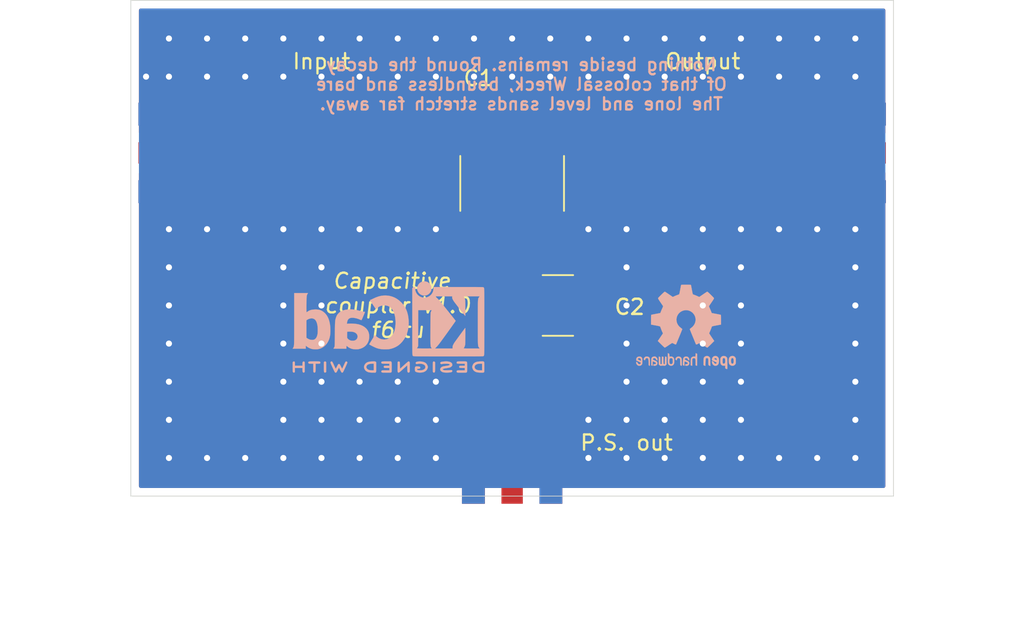
<source format=kicad_pcb>
(kicad_pcb (version 20171130) (host pcbnew "(5.1.5)-3")

  (general
    (thickness 1.6)
    (drawings 9)
    (tracks 120)
    (zones 0)
    (modules 10)
    (nets 4)
  )

  (page A4)
  (layers
    (0 F.Cu signal)
    (31 B.Cu signal)
    (32 B.Adhes user)
    (33 F.Adhes user)
    (34 B.Paste user)
    (35 F.Paste user)
    (36 B.SilkS user)
    (37 F.SilkS user)
    (38 B.Mask user)
    (39 F.Mask user)
    (40 Dwgs.User user)
    (41 Cmts.User user)
    (42 Eco1.User user)
    (43 Eco2.User user)
    (44 Edge.Cuts user)
    (45 Margin user)
    (46 B.CrtYd user)
    (47 F.CrtYd user)
    (48 B.Fab user)
    (49 F.Fab user)
  )

  (setup
    (last_trace_width 0.25)
    (user_trace_width 1.5)
    (user_trace_width 2.9)
    (trace_clearance 0.2)
    (zone_clearance 0.508)
    (zone_45_only no)
    (trace_min 0.2)
    (via_size 0.8)
    (via_drill 0.4)
    (via_min_size 0.4)
    (via_min_drill 0.3)
    (uvia_size 0.3)
    (uvia_drill 0.1)
    (uvias_allowed no)
    (uvia_min_size 0.2)
    (uvia_min_drill 0.1)
    (edge_width 0.05)
    (segment_width 0.2)
    (pcb_text_width 0.3)
    (pcb_text_size 1.5 1.5)
    (mod_edge_width 0.12)
    (mod_text_size 1 1)
    (mod_text_width 0.15)
    (pad_size 1.524 1.524)
    (pad_drill 0.762)
    (pad_to_mask_clearance 0.051)
    (solder_mask_min_width 0.25)
    (aux_axis_origin 0 0)
    (visible_elements 7FFFFFFF)
    (pcbplotparams
      (layerselection 0x010fc_ffffffff)
      (usegerberextensions false)
      (usegerberattributes false)
      (usegerberadvancedattributes false)
      (creategerberjobfile false)
      (excludeedgelayer true)
      (linewidth 0.100000)
      (plotframeref false)
      (viasonmask false)
      (mode 1)
      (useauxorigin false)
      (hpglpennumber 1)
      (hpglpenspeed 20)
      (hpglpendiameter 15.000000)
      (psnegative false)
      (psa4output false)
      (plotreference true)
      (plotvalue true)
      (plotinvisibletext false)
      (padsonsilk false)
      (subtractmaskfromsilk false)
      (outputformat 1)
      (mirror false)
      (drillshape 1)
      (scaleselection 1)
      (outputdirectory ""))
  )

  (net 0 "")
  (net 1 "Net-(C1-Pad1)")
  (net 2 "Net-(C1-Pad2)")
  (net 3 GND)

  (net_class Default "Ceci est la Netclass par défaut."
    (clearance 0.2)
    (trace_width 0.25)
    (via_dia 0.8)
    (via_drill 0.4)
    (uvia_dia 0.3)
    (uvia_drill 0.1)
    (add_net GND)
    (add_net "Net-(C1-Pad1)")
    (add_net "Net-(C1-Pad2)")
  )

  (module Symbol:OSHW-Logo2_7.3x6mm_SilkScreen (layer B.Cu) (tedit 0) (tstamp 61AE136C)
    (at 86.4 56.4 180)
    (descr "Open Source Hardware Symbol")
    (tags "Logo Symbol OSHW")
    (attr virtual)
    (fp_text reference REF** (at 0 0) (layer F.SilkS) hide
      (effects (font (size 1 1) (thickness 0.15)))
    )
    (fp_text value OSHW-Logo2_7.3x6mm_SilkScreen (at 0.75 0) (layer B.Fab) hide
      (effects (font (size 1 1) (thickness 0.15)) (justify mirror))
    )
    (fp_poly (pts (xy 0.10391 2.757652) (xy 0.182454 2.757222) (xy 0.239298 2.756058) (xy 0.278105 2.753793)
      (xy 0.302538 2.75006) (xy 0.316262 2.744494) (xy 0.32294 2.736727) (xy 0.326236 2.726395)
      (xy 0.326556 2.725057) (xy 0.331562 2.700921) (xy 0.340829 2.653299) (xy 0.353392 2.587259)
      (xy 0.368287 2.507872) (xy 0.384551 2.420204) (xy 0.385119 2.417125) (xy 0.40141 2.331211)
      (xy 0.416652 2.255304) (xy 0.429861 2.193955) (xy 0.440054 2.151718) (xy 0.446248 2.133145)
      (xy 0.446543 2.132816) (xy 0.464788 2.123747) (xy 0.502405 2.108633) (xy 0.551271 2.090738)
      (xy 0.551543 2.090642) (xy 0.613093 2.067507) (xy 0.685657 2.038035) (xy 0.754057 2.008403)
      (xy 0.757294 2.006938) (xy 0.868702 1.956374) (xy 1.115399 2.12484) (xy 1.191077 2.176197)
      (xy 1.259631 2.222111) (xy 1.317088 2.25997) (xy 1.359476 2.287163) (xy 1.382825 2.301079)
      (xy 1.385042 2.302111) (xy 1.40201 2.297516) (xy 1.433701 2.275345) (xy 1.481352 2.234553)
      (xy 1.546198 2.174095) (xy 1.612397 2.109773) (xy 1.676214 2.046388) (xy 1.733329 1.988549)
      (xy 1.780305 1.939825) (xy 1.813703 1.90379) (xy 1.830085 1.884016) (xy 1.830694 1.882998)
      (xy 1.832505 1.869428) (xy 1.825683 1.847267) (xy 1.80854 1.813522) (xy 1.779393 1.7652)
      (xy 1.736555 1.699308) (xy 1.679448 1.614483) (xy 1.628766 1.539823) (xy 1.583461 1.47286)
      (xy 1.54615 1.417484) (xy 1.519452 1.37758) (xy 1.505985 1.357038) (xy 1.505137 1.355644)
      (xy 1.506781 1.335962) (xy 1.519245 1.297707) (xy 1.540048 1.248111) (xy 1.547462 1.232272)
      (xy 1.579814 1.16171) (xy 1.614328 1.081647) (xy 1.642365 1.012371) (xy 1.662568 0.960955)
      (xy 1.678615 0.921881) (xy 1.687888 0.901459) (xy 1.689041 0.899886) (xy 1.706096 0.897279)
      (xy 1.746298 0.890137) (xy 1.804302 0.879477) (xy 1.874763 0.866315) (xy 1.952335 0.851667)
      (xy 2.031672 0.836551) (xy 2.107431 0.821982) (xy 2.174264 0.808978) (xy 2.226828 0.798555)
      (xy 2.259776 0.79173) (xy 2.267857 0.789801) (xy 2.276205 0.785038) (xy 2.282506 0.774282)
      (xy 2.287045 0.753902) (xy 2.290104 0.720266) (xy 2.291967 0.669745) (xy 2.292918 0.598708)
      (xy 2.29324 0.503524) (xy 2.293257 0.464508) (xy 2.293257 0.147201) (xy 2.217057 0.132161)
      (xy 2.174663 0.124005) (xy 2.1114 0.112101) (xy 2.034962 0.097884) (xy 1.953043 0.08279)
      (xy 1.9304 0.078645) (xy 1.854806 0.063947) (xy 1.788953 0.049495) (xy 1.738366 0.036625)
      (xy 1.708574 0.026678) (xy 1.703612 0.023713) (xy 1.691426 0.002717) (xy 1.673953 -0.037967)
      (xy 1.654577 -0.090322) (xy 1.650734 -0.1016) (xy 1.625339 -0.171523) (xy 1.593817 -0.250418)
      (xy 1.562969 -0.321266) (xy 1.562817 -0.321595) (xy 1.511447 -0.432733) (xy 1.680399 -0.681253)
      (xy 1.849352 -0.929772) (xy 1.632429 -1.147058) (xy 1.566819 -1.211726) (xy 1.506979 -1.268733)
      (xy 1.456267 -1.315033) (xy 1.418046 -1.347584) (xy 1.395675 -1.363343) (xy 1.392466 -1.364343)
      (xy 1.373626 -1.356469) (xy 1.33518 -1.334578) (xy 1.28133 -1.301267) (xy 1.216276 -1.259131)
      (xy 1.14594 -1.211943) (xy 1.074555 -1.16381) (xy 1.010908 -1.121928) (xy 0.959041 -1.088871)
      (xy 0.922995 -1.067218) (xy 0.906867 -1.059543) (xy 0.887189 -1.066037) (xy 0.849875 -1.08315)
      (xy 0.802621 -1.107326) (xy 0.797612 -1.110013) (xy 0.733977 -1.141927) (xy 0.690341 -1.157579)
      (xy 0.663202 -1.157745) (xy 0.649057 -1.143204) (xy 0.648975 -1.143) (xy 0.641905 -1.125779)
      (xy 0.625042 -1.084899) (xy 0.599695 -1.023525) (xy 0.567171 -0.944819) (xy 0.528778 -0.851947)
      (xy 0.485822 -0.748072) (xy 0.444222 -0.647502) (xy 0.398504 -0.536516) (xy 0.356526 -0.433703)
      (xy 0.319548 -0.342215) (xy 0.288827 -0.265201) (xy 0.265622 -0.205815) (xy 0.25119 -0.167209)
      (xy 0.246743 -0.1528) (xy 0.257896 -0.136272) (xy 0.287069 -0.10993) (xy 0.325971 -0.080887)
      (xy 0.436757 0.010961) (xy 0.523351 0.116241) (xy 0.584716 0.232734) (xy 0.619815 0.358224)
      (xy 0.627608 0.490493) (xy 0.621943 0.551543) (xy 0.591078 0.678205) (xy 0.53792 0.790059)
      (xy 0.465767 0.885999) (xy 0.377917 0.964924) (xy 0.277665 1.02573) (xy 0.16831 1.067313)
      (xy 0.053147 1.088572) (xy -0.064525 1.088401) (xy -0.18141 1.065699) (xy -0.294211 1.019362)
      (xy -0.399631 0.948287) (xy -0.443632 0.908089) (xy -0.528021 0.804871) (xy -0.586778 0.692075)
      (xy -0.620296 0.57299) (xy -0.628965 0.450905) (xy -0.613177 0.329107) (xy -0.573322 0.210884)
      (xy -0.509793 0.099525) (xy -0.422979 -0.001684) (xy -0.325971 -0.080887) (xy -0.285563 -0.111162)
      (xy -0.257018 -0.137219) (xy -0.246743 -0.152825) (xy -0.252123 -0.169843) (xy -0.267425 -0.2105)
      (xy -0.291388 -0.271642) (xy -0.322756 -0.350119) (xy -0.360268 -0.44278) (xy -0.402667 -0.546472)
      (xy -0.444337 -0.647526) (xy -0.49031 -0.758607) (xy -0.532893 -0.861541) (xy -0.570779 -0.953165)
      (xy -0.60266 -1.030316) (xy -0.627229 -1.089831) (xy -0.64318 -1.128544) (xy -0.64909 -1.143)
      (xy -0.663052 -1.157685) (xy -0.69006 -1.157642) (xy -0.733587 -1.142099) (xy -0.79711 -1.110284)
      (xy -0.797612 -1.110013) (xy -0.84544 -1.085323) (xy -0.884103 -1.067338) (xy -0.905905 -1.059614)
      (xy -0.906867 -1.059543) (xy -0.923279 -1.067378) (xy -0.959513 -1.089165) (xy -1.011526 -1.122328)
      (xy -1.075275 -1.164291) (xy -1.14594 -1.211943) (xy -1.217884 -1.260191) (xy -1.282726 -1.302151)
      (xy -1.336265 -1.335227) (xy -1.374303 -1.356821) (xy -1.392467 -1.364343) (xy -1.409192 -1.354457)
      (xy -1.44282 -1.326826) (xy -1.48999 -1.284495) (xy -1.547342 -1.230505) (xy -1.611516 -1.167899)
      (xy -1.632503 -1.146983) (xy -1.849501 -0.929623) (xy -1.684332 -0.68722) (xy -1.634136 -0.612781)
      (xy -1.590081 -0.545972) (xy -1.554638 -0.490665) (xy -1.530281 -0.450729) (xy -1.519478 -0.430036)
      (xy -1.519162 -0.428563) (xy -1.524857 -0.409058) (xy -1.540174 -0.369822) (xy -1.562463 -0.31743)
      (xy -1.578107 -0.282355) (xy -1.607359 -0.215201) (xy -1.634906 -0.147358) (xy -1.656263 -0.090034)
      (xy -1.662065 -0.072572) (xy -1.678548 -0.025938) (xy -1.69466 0.010095) (xy -1.70351 0.023713)
      (xy -1.72304 0.032048) (xy -1.765666 0.043863) (xy -1.825855 0.057819) (xy -1.898078 0.072578)
      (xy -1.9304 0.078645) (xy -2.012478 0.093727) (xy -2.091205 0.108331) (xy -2.158891 0.12102)
      (xy -2.20784 0.130358) (xy -2.217057 0.132161) (xy -2.293257 0.147201) (xy -2.293257 0.464508)
      (xy -2.293086 0.568846) (xy -2.292384 0.647787) (xy -2.290866 0.704962) (xy -2.288251 0.744001)
      (xy -2.284254 0.768535) (xy -2.278591 0.782195) (xy -2.27098 0.788611) (xy -2.267857 0.789801)
      (xy -2.249022 0.79402) (xy -2.207412 0.802438) (xy -2.14837 0.814039) (xy -2.077243 0.827805)
      (xy -1.999375 0.84272) (xy -1.920113 0.857768) (xy -1.844802 0.871931) (xy -1.778787 0.884194)
      (xy -1.727413 0.893539) (xy -1.696025 0.89895) (xy -1.689041 0.899886) (xy -1.682715 0.912404)
      (xy -1.66871 0.945754) (xy -1.649645 0.993623) (xy -1.642366 1.012371) (xy -1.613004 1.084805)
      (xy -1.578429 1.16483) (xy -1.547463 1.232272) (xy -1.524677 1.283841) (xy -1.509518 1.326215)
      (xy -1.504458 1.352166) (xy -1.505264 1.355644) (xy -1.515959 1.372064) (xy -1.54038 1.408583)
      (xy -1.575905 1.461313) (xy -1.619913 1.526365) (xy -1.669783 1.599849) (xy -1.679644 1.614355)
      (xy -1.737508 1.700296) (xy -1.780044 1.765739) (xy -1.808946 1.813696) (xy -1.82591 1.84718)
      (xy -1.832633 1.869205) (xy -1.83081 1.882783) (xy -1.830764 1.882869) (xy -1.816414 1.900703)
      (xy -1.784677 1.935183) (xy -1.73899 1.982732) (xy -1.682796 2.039778) (xy -1.619532 2.102745)
      (xy -1.612398 2.109773) (xy -1.53267 2.18698) (xy -1.471143 2.24367) (xy -1.426579 2.28089)
      (xy -1.397743 2.299685) (xy -1.385042 2.302111) (xy -1.366506 2.291529) (xy -1.328039 2.267084)
      (xy -1.273614 2.231388) (xy -1.207202 2.187053) (xy -1.132775 2.136689) (xy -1.115399 2.12484)
      (xy -0.868703 1.956374) (xy -0.757294 2.006938) (xy -0.689543 2.036405) (xy -0.616817 2.066041)
      (xy -0.554297 2.08967) (xy -0.551543 2.090642) (xy -0.50264 2.108543) (xy -0.464943 2.12368)
      (xy -0.446575 2.13279) (xy -0.446544 2.132816) (xy -0.440715 2.149283) (xy -0.430808 2.189781)
      (xy -0.417805 2.249758) (xy -0.402691 2.32466) (xy -0.386448 2.409936) (xy -0.385119 2.417125)
      (xy -0.368825 2.504986) (xy -0.353867 2.58474) (xy -0.341209 2.651319) (xy -0.331814 2.699653)
      (xy -0.326646 2.724675) (xy -0.326556 2.725057) (xy -0.323411 2.735701) (xy -0.317296 2.743738)
      (xy -0.304547 2.749533) (xy -0.2815 2.753453) (xy -0.244491 2.755865) (xy -0.189856 2.757135)
      (xy -0.113933 2.757629) (xy -0.013056 2.757714) (xy 0 2.757714) (xy 0.10391 2.757652)) (layer B.SilkS) (width 0.01))
    (fp_poly (pts (xy 3.153595 -1.966966) (xy 3.211021 -2.004497) (xy 3.238719 -2.038096) (xy 3.260662 -2.099064)
      (xy 3.262405 -2.147308) (xy 3.258457 -2.211816) (xy 3.109686 -2.276934) (xy 3.037349 -2.310202)
      (xy 2.990084 -2.336964) (xy 2.965507 -2.360144) (xy 2.961237 -2.382667) (xy 2.974889 -2.407455)
      (xy 2.989943 -2.423886) (xy 3.033746 -2.450235) (xy 3.081389 -2.452081) (xy 3.125145 -2.431546)
      (xy 3.157289 -2.390752) (xy 3.163038 -2.376347) (xy 3.190576 -2.331356) (xy 3.222258 -2.312182)
      (xy 3.265714 -2.295779) (xy 3.265714 -2.357966) (xy 3.261872 -2.400283) (xy 3.246823 -2.435969)
      (xy 3.21528 -2.476943) (xy 3.210592 -2.482267) (xy 3.175506 -2.51872) (xy 3.145347 -2.538283)
      (xy 3.107615 -2.547283) (xy 3.076335 -2.55023) (xy 3.020385 -2.550965) (xy 2.980555 -2.54166)
      (xy 2.955708 -2.527846) (xy 2.916656 -2.497467) (xy 2.889625 -2.464613) (xy 2.872517 -2.423294)
      (xy 2.863238 -2.367521) (xy 2.859693 -2.291305) (xy 2.85941 -2.252622) (xy 2.860372 -2.206247)
      (xy 2.948007 -2.206247) (xy 2.949023 -2.231126) (xy 2.951556 -2.2352) (xy 2.968274 -2.229665)
      (xy 3.004249 -2.215017) (xy 3.052331 -2.19419) (xy 3.062386 -2.189714) (xy 3.123152 -2.158814)
      (xy 3.156632 -2.131657) (xy 3.16399 -2.10622) (xy 3.146391 -2.080481) (xy 3.131856 -2.069109)
      (xy 3.07941 -2.046364) (xy 3.030322 -2.050122) (xy 2.989227 -2.077884) (xy 2.960758 -2.127152)
      (xy 2.951631 -2.166257) (xy 2.948007 -2.206247) (xy 2.860372 -2.206247) (xy 2.861285 -2.162249)
      (xy 2.868196 -2.095384) (xy 2.881884 -2.046695) (xy 2.904096 -2.010849) (xy 2.936574 -1.982513)
      (xy 2.950733 -1.973355) (xy 3.015053 -1.949507) (xy 3.085473 -1.948006) (xy 3.153595 -1.966966)) (layer B.SilkS) (width 0.01))
    (fp_poly (pts (xy 2.6526 -1.958752) (xy 2.669948 -1.966334) (xy 2.711356 -1.999128) (xy 2.746765 -2.046547)
      (xy 2.768664 -2.097151) (xy 2.772229 -2.122098) (xy 2.760279 -2.156927) (xy 2.734067 -2.175357)
      (xy 2.705964 -2.186516) (xy 2.693095 -2.188572) (xy 2.686829 -2.173649) (xy 2.674456 -2.141175)
      (xy 2.669028 -2.126502) (xy 2.63859 -2.075744) (xy 2.59452 -2.050427) (xy 2.53801 -2.051206)
      (xy 2.533825 -2.052203) (xy 2.503655 -2.066507) (xy 2.481476 -2.094393) (xy 2.466327 -2.139287)
      (xy 2.45725 -2.204615) (xy 2.453286 -2.293804) (xy 2.452914 -2.341261) (xy 2.45273 -2.416071)
      (xy 2.451522 -2.467069) (xy 2.448309 -2.499471) (xy 2.442109 -2.518495) (xy 2.43194 -2.529356)
      (xy 2.416819 -2.537272) (xy 2.415946 -2.53767) (xy 2.386828 -2.549981) (xy 2.372403 -2.554514)
      (xy 2.370186 -2.540809) (xy 2.368289 -2.502925) (xy 2.366847 -2.445715) (xy 2.365998 -2.374027)
      (xy 2.365829 -2.321565) (xy 2.366692 -2.220047) (xy 2.37007 -2.143032) (xy 2.377142 -2.086023)
      (xy 2.389088 -2.044526) (xy 2.40709 -2.014043) (xy 2.432327 -1.99008) (xy 2.457247 -1.973355)
      (xy 2.517171 -1.951097) (xy 2.586911 -1.946076) (xy 2.6526 -1.958752)) (layer B.SilkS) (width 0.01))
    (fp_poly (pts (xy 2.144876 -1.956335) (xy 2.186667 -1.975344) (xy 2.219469 -1.998378) (xy 2.243503 -2.024133)
      (xy 2.260097 -2.057358) (xy 2.270577 -2.1028) (xy 2.276271 -2.165207) (xy 2.278507 -2.249327)
      (xy 2.278743 -2.304721) (xy 2.278743 -2.520826) (xy 2.241774 -2.53767) (xy 2.212656 -2.549981)
      (xy 2.198231 -2.554514) (xy 2.195472 -2.541025) (xy 2.193282 -2.504653) (xy 2.191942 -2.451542)
      (xy 2.191657 -2.409372) (xy 2.190434 -2.348447) (xy 2.187136 -2.300115) (xy 2.182321 -2.270518)
      (xy 2.178496 -2.264229) (xy 2.152783 -2.270652) (xy 2.112418 -2.287125) (xy 2.065679 -2.309458)
      (xy 2.020845 -2.333457) (xy 1.986193 -2.35493) (xy 1.970002 -2.369685) (xy 1.969938 -2.369845)
      (xy 1.97133 -2.397152) (xy 1.983818 -2.423219) (xy 2.005743 -2.444392) (xy 2.037743 -2.451474)
      (xy 2.065092 -2.450649) (xy 2.103826 -2.450042) (xy 2.124158 -2.459116) (xy 2.136369 -2.483092)
      (xy 2.137909 -2.487613) (xy 2.143203 -2.521806) (xy 2.129047 -2.542568) (xy 2.092148 -2.552462)
      (xy 2.052289 -2.554292) (xy 1.980562 -2.540727) (xy 1.943432 -2.521355) (xy 1.897576 -2.475845)
      (xy 1.873256 -2.419983) (xy 1.871073 -2.360957) (xy 1.891629 -2.305953) (xy 1.922549 -2.271486)
      (xy 1.95342 -2.252189) (xy 2.001942 -2.227759) (xy 2.058485 -2.202985) (xy 2.06791 -2.199199)
      (xy 2.130019 -2.171791) (xy 2.165822 -2.147634) (xy 2.177337 -2.123619) (xy 2.16658 -2.096635)
      (xy 2.148114 -2.075543) (xy 2.104469 -2.049572) (xy 2.056446 -2.047624) (xy 2.012406 -2.067637)
      (xy 1.980709 -2.107551) (xy 1.976549 -2.117848) (xy 1.952327 -2.155724) (xy 1.916965 -2.183842)
      (xy 1.872343 -2.206917) (xy 1.872343 -2.141485) (xy 1.874969 -2.101506) (xy 1.88623 -2.069997)
      (xy 1.911199 -2.036378) (xy 1.935169 -2.010484) (xy 1.972441 -1.973817) (xy 2.001401 -1.954121)
      (xy 2.032505 -1.94622) (xy 2.067713 -1.944914) (xy 2.144876 -1.956335)) (layer B.SilkS) (width 0.01))
    (fp_poly (pts (xy 1.779833 -1.958663) (xy 1.782048 -1.99685) (xy 1.783784 -2.054886) (xy 1.784899 -2.12818)
      (xy 1.785257 -2.205055) (xy 1.785257 -2.465196) (xy 1.739326 -2.511127) (xy 1.707675 -2.539429)
      (xy 1.67989 -2.550893) (xy 1.641915 -2.550168) (xy 1.62684 -2.548321) (xy 1.579726 -2.542948)
      (xy 1.540756 -2.539869) (xy 1.531257 -2.539585) (xy 1.499233 -2.541445) (xy 1.453432 -2.546114)
      (xy 1.435674 -2.548321) (xy 1.392057 -2.551735) (xy 1.362745 -2.54432) (xy 1.33368 -2.521427)
      (xy 1.323188 -2.511127) (xy 1.277257 -2.465196) (xy 1.277257 -1.978602) (xy 1.314226 -1.961758)
      (xy 1.346059 -1.949282) (xy 1.364683 -1.944914) (xy 1.369458 -1.958718) (xy 1.373921 -1.997286)
      (xy 1.377775 -2.056356) (xy 1.380722 -2.131663) (xy 1.382143 -2.195286) (xy 1.386114 -2.445657)
      (xy 1.420759 -2.450556) (xy 1.452268 -2.447131) (xy 1.467708 -2.436041) (xy 1.472023 -2.415308)
      (xy 1.475708 -2.371145) (xy 1.478469 -2.309146) (xy 1.480012 -2.234909) (xy 1.480235 -2.196706)
      (xy 1.480457 -1.976783) (xy 1.526166 -1.960849) (xy 1.558518 -1.950015) (xy 1.576115 -1.944962)
      (xy 1.576623 -1.944914) (xy 1.578388 -1.958648) (xy 1.580329 -1.99673) (xy 1.582282 -2.054482)
      (xy 1.584084 -2.127227) (xy 1.585343 -2.195286) (xy 1.589314 -2.445657) (xy 1.6764 -2.445657)
      (xy 1.680396 -2.21724) (xy 1.684392 -1.988822) (xy 1.726847 -1.966868) (xy 1.758192 -1.951793)
      (xy 1.776744 -1.944951) (xy 1.777279 -1.944914) (xy 1.779833 -1.958663)) (layer B.SilkS) (width 0.01))
    (fp_poly (pts (xy 1.190117 -2.065358) (xy 1.189933 -2.173837) (xy 1.189219 -2.257287) (xy 1.187675 -2.319704)
      (xy 1.185001 -2.365085) (xy 1.180894 -2.397429) (xy 1.175055 -2.420733) (xy 1.167182 -2.438995)
      (xy 1.161221 -2.449418) (xy 1.111855 -2.505945) (xy 1.049264 -2.541377) (xy 0.980013 -2.55409)
      (xy 0.910668 -2.542463) (xy 0.869375 -2.521568) (xy 0.826025 -2.485422) (xy 0.796481 -2.441276)
      (xy 0.778655 -2.383462) (xy 0.770463 -2.306313) (xy 0.769302 -2.249714) (xy 0.769458 -2.245647)
      (xy 0.870857 -2.245647) (xy 0.871476 -2.31055) (xy 0.874314 -2.353514) (xy 0.88084 -2.381622)
      (xy 0.892523 -2.401953) (xy 0.906483 -2.417288) (xy 0.953365 -2.44689) (xy 1.003701 -2.449419)
      (xy 1.051276 -2.424705) (xy 1.054979 -2.421356) (xy 1.070783 -2.403935) (xy 1.080693 -2.383209)
      (xy 1.086058 -2.352362) (xy 1.088228 -2.304577) (xy 1.088571 -2.251748) (xy 1.087827 -2.185381)
      (xy 1.084748 -2.141106) (xy 1.078061 -2.112009) (xy 1.066496 -2.091173) (xy 1.057013 -2.080107)
      (xy 1.01296 -2.052198) (xy 0.962224 -2.048843) (xy 0.913796 -2.070159) (xy 0.90445 -2.078073)
      (xy 0.88854 -2.095647) (xy 0.87861 -2.116587) (xy 0.873278 -2.147782) (xy 0.871163 -2.196122)
      (xy 0.870857 -2.245647) (xy 0.769458 -2.245647) (xy 0.77281 -2.158568) (xy 0.784726 -2.090086)
      (xy 0.807135 -2.0386) (xy 0.842124 -1.998443) (xy 0.869375 -1.977861) (xy 0.918907 -1.955625)
      (xy 0.976316 -1.945304) (xy 1.029682 -1.948067) (xy 1.059543 -1.959212) (xy 1.071261 -1.962383)
      (xy 1.079037 -1.950557) (xy 1.084465 -1.918866) (xy 1.088571 -1.870593) (xy 1.093067 -1.816829)
      (xy 1.099313 -1.784482) (xy 1.110676 -1.765985) (xy 1.130528 -1.75377) (xy 1.143 -1.748362)
      (xy 1.190171 -1.728601) (xy 1.190117 -2.065358)) (layer B.SilkS) (width 0.01))
    (fp_poly (pts (xy 0.529926 -1.949755) (xy 0.595858 -1.974084) (xy 0.649273 -2.017117) (xy 0.670164 -2.047409)
      (xy 0.692939 -2.102994) (xy 0.692466 -2.143186) (xy 0.668562 -2.170217) (xy 0.659717 -2.174813)
      (xy 0.62153 -2.189144) (xy 0.602028 -2.185472) (xy 0.595422 -2.161407) (xy 0.595086 -2.148114)
      (xy 0.582992 -2.09921) (xy 0.551471 -2.064999) (xy 0.507659 -2.048476) (xy 0.458695 -2.052634)
      (xy 0.418894 -2.074227) (xy 0.40545 -2.086544) (xy 0.395921 -2.101487) (xy 0.389485 -2.124075)
      (xy 0.385317 -2.159328) (xy 0.382597 -2.212266) (xy 0.380502 -2.287907) (xy 0.37996 -2.311857)
      (xy 0.377981 -2.39379) (xy 0.375731 -2.451455) (xy 0.372357 -2.489608) (xy 0.367006 -2.513004)
      (xy 0.358824 -2.526398) (xy 0.346959 -2.534545) (xy 0.339362 -2.538144) (xy 0.307102 -2.550452)
      (xy 0.288111 -2.554514) (xy 0.281836 -2.540948) (xy 0.278006 -2.499934) (xy 0.2766 -2.430999)
      (xy 0.277598 -2.333669) (xy 0.277908 -2.318657) (xy 0.280101 -2.229859) (xy 0.282693 -2.165019)
      (xy 0.286382 -2.119067) (xy 0.291864 -2.086935) (xy 0.299835 -2.063553) (xy 0.310993 -2.043852)
      (xy 0.31683 -2.03541) (xy 0.350296 -1.998057) (xy 0.387727 -1.969003) (xy 0.392309 -1.966467)
      (xy 0.459426 -1.946443) (xy 0.529926 -1.949755)) (layer B.SilkS) (width 0.01))
    (fp_poly (pts (xy 0.039744 -1.950968) (xy 0.096616 -1.972087) (xy 0.097267 -1.972493) (xy 0.13244 -1.99838)
      (xy 0.158407 -2.028633) (xy 0.17667 -2.068058) (xy 0.188732 -2.121462) (xy 0.196096 -2.193651)
      (xy 0.200264 -2.289432) (xy 0.200629 -2.303078) (xy 0.205876 -2.508842) (xy 0.161716 -2.531678)
      (xy 0.129763 -2.54711) (xy 0.11047 -2.554423) (xy 0.109578 -2.554514) (xy 0.106239 -2.541022)
      (xy 0.103587 -2.504626) (xy 0.101956 -2.451452) (xy 0.1016 -2.408393) (xy 0.101592 -2.338641)
      (xy 0.098403 -2.294837) (xy 0.087288 -2.273944) (xy 0.063501 -2.272925) (xy 0.022296 -2.288741)
      (xy -0.039914 -2.317815) (xy -0.085659 -2.341963) (xy -0.109187 -2.362913) (xy -0.116104 -2.385747)
      (xy -0.116114 -2.386877) (xy -0.104701 -2.426212) (xy -0.070908 -2.447462) (xy -0.019191 -2.450539)
      (xy 0.018061 -2.450006) (xy 0.037703 -2.460735) (xy 0.049952 -2.486505) (xy 0.057002 -2.519337)
      (xy 0.046842 -2.537966) (xy 0.043017 -2.540632) (xy 0.007001 -2.55134) (xy -0.043434 -2.552856)
      (xy -0.095374 -2.545759) (xy -0.132178 -2.532788) (xy -0.183062 -2.489585) (xy -0.211986 -2.429446)
      (xy -0.217714 -2.382462) (xy -0.213343 -2.340082) (xy -0.197525 -2.305488) (xy -0.166203 -2.274763)
      (xy -0.115322 -2.24399) (xy -0.040824 -2.209252) (xy -0.036286 -2.207288) (xy 0.030821 -2.176287)
      (xy 0.072232 -2.150862) (xy 0.089981 -2.128014) (xy 0.086107 -2.104745) (xy 0.062643 -2.078056)
      (xy 0.055627 -2.071914) (xy 0.00863 -2.0481) (xy -0.040067 -2.049103) (xy -0.082478 -2.072451)
      (xy -0.110616 -2.115675) (xy -0.113231 -2.12416) (xy -0.138692 -2.165308) (xy -0.170999 -2.185128)
      (xy -0.217714 -2.20477) (xy -0.217714 -2.15395) (xy -0.203504 -2.080082) (xy -0.161325 -2.012327)
      (xy -0.139376 -1.989661) (xy -0.089483 -1.960569) (xy -0.026033 -1.9474) (xy 0.039744 -1.950968)) (layer B.SilkS) (width 0.01))
    (fp_poly (pts (xy -0.624114 -1.851289) (xy -0.619861 -1.910613) (xy -0.614975 -1.945572) (xy -0.608205 -1.96082)
      (xy -0.598298 -1.961015) (xy -0.595086 -1.959195) (xy -0.552356 -1.946015) (xy -0.496773 -1.946785)
      (xy -0.440263 -1.960333) (xy -0.404918 -1.977861) (xy -0.368679 -2.005861) (xy -0.342187 -2.037549)
      (xy -0.324001 -2.077813) (xy -0.312678 -2.131543) (xy -0.306778 -2.203626) (xy -0.304857 -2.298951)
      (xy -0.304823 -2.317237) (xy -0.3048 -2.522646) (xy -0.350509 -2.53858) (xy -0.382973 -2.54942)
      (xy -0.400785 -2.554468) (xy -0.401309 -2.554514) (xy -0.403063 -2.540828) (xy -0.404556 -2.503076)
      (xy -0.405674 -2.446224) (xy -0.406303 -2.375234) (xy -0.4064 -2.332073) (xy -0.406602 -2.246973)
      (xy -0.407642 -2.185981) (xy -0.410169 -2.144177) (xy -0.414836 -2.116642) (xy -0.422293 -2.098456)
      (xy -0.433189 -2.084698) (xy -0.439993 -2.078073) (xy -0.486728 -2.051375) (xy -0.537728 -2.049375)
      (xy -0.583999 -2.071955) (xy -0.592556 -2.080107) (xy -0.605107 -2.095436) (xy -0.613812 -2.113618)
      (xy -0.619369 -2.139909) (xy -0.622474 -2.179562) (xy -0.623824 -2.237832) (xy -0.624114 -2.318173)
      (xy -0.624114 -2.522646) (xy -0.669823 -2.53858) (xy -0.702287 -2.54942) (xy -0.720099 -2.554468)
      (xy -0.720623 -2.554514) (xy -0.721963 -2.540623) (xy -0.723172 -2.501439) (xy -0.724199 -2.4407)
      (xy -0.724998 -2.362141) (xy -0.725519 -2.269498) (xy -0.725714 -2.166509) (xy -0.725714 -1.769342)
      (xy -0.678543 -1.749444) (xy -0.631371 -1.729547) (xy -0.624114 -1.851289)) (layer B.SilkS) (width 0.01))
    (fp_poly (pts (xy -1.831697 -1.931239) (xy -1.774473 -1.969735) (xy -1.730251 -2.025335) (xy -1.703833 -2.096086)
      (xy -1.69849 -2.148162) (xy -1.699097 -2.169893) (xy -1.704178 -2.186531) (xy -1.718145 -2.201437)
      (xy -1.745411 -2.217973) (xy -1.790388 -2.239498) (xy -1.857489 -2.269374) (xy -1.857829 -2.269524)
      (xy -1.919593 -2.297813) (xy -1.970241 -2.322933) (xy -2.004596 -2.342179) (xy -2.017482 -2.352848)
      (xy -2.017486 -2.352934) (xy -2.006128 -2.376166) (xy -1.979569 -2.401774) (xy -1.949077 -2.420221)
      (xy -1.93363 -2.423886) (xy -1.891485 -2.411212) (xy -1.855192 -2.379471) (xy -1.837483 -2.344572)
      (xy -1.820448 -2.318845) (xy -1.787078 -2.289546) (xy -1.747851 -2.264235) (xy -1.713244 -2.250471)
      (xy -1.706007 -2.249714) (xy -1.697861 -2.26216) (xy -1.69737 -2.293972) (xy -1.703357 -2.336866)
      (xy -1.714643 -2.382558) (xy -1.73005 -2.422761) (xy -1.730829 -2.424322) (xy -1.777196 -2.489062)
      (xy -1.837289 -2.533097) (xy -1.905535 -2.554711) (xy -1.976362 -2.552185) (xy -2.044196 -2.523804)
      (xy -2.047212 -2.521808) (xy -2.100573 -2.473448) (xy -2.13566 -2.410352) (xy -2.155078 -2.327387)
      (xy -2.157684 -2.304078) (xy -2.162299 -2.194055) (xy -2.156767 -2.142748) (xy -2.017486 -2.142748)
      (xy -2.015676 -2.174753) (xy -2.005778 -2.184093) (xy -1.981102 -2.177105) (xy -1.942205 -2.160587)
      (xy -1.898725 -2.139881) (xy -1.897644 -2.139333) (xy -1.860791 -2.119949) (xy -1.846 -2.107013)
      (xy -1.849647 -2.093451) (xy -1.865005 -2.075632) (xy -1.904077 -2.049845) (xy -1.946154 -2.04795)
      (xy -1.983897 -2.066717) (xy -2.009966 -2.102915) (xy -2.017486 -2.142748) (xy -2.156767 -2.142748)
      (xy -2.152806 -2.106027) (xy -2.12845 -2.036212) (xy -2.094544 -1.987302) (xy -2.033347 -1.937878)
      (xy -1.965937 -1.913359) (xy -1.89712 -1.911797) (xy -1.831697 -1.931239)) (layer B.SilkS) (width 0.01))
    (fp_poly (pts (xy -2.958885 -1.921962) (xy -2.890855 -1.957733) (xy -2.840649 -2.015301) (xy -2.822815 -2.052312)
      (xy -2.808937 -2.107882) (xy -2.801833 -2.178096) (xy -2.80116 -2.254727) (xy -2.806573 -2.329552)
      (xy -2.81773 -2.394342) (xy -2.834286 -2.440873) (xy -2.839374 -2.448887) (xy -2.899645 -2.508707)
      (xy -2.971231 -2.544535) (xy -3.048908 -2.55502) (xy -3.127452 -2.53881) (xy -3.149311 -2.529092)
      (xy -3.191878 -2.499143) (xy -3.229237 -2.459433) (xy -3.232768 -2.454397) (xy -3.247119 -2.430124)
      (xy -3.256606 -2.404178) (xy -3.26221 -2.370022) (xy -3.264914 -2.321119) (xy -3.265701 -2.250935)
      (xy -3.265714 -2.2352) (xy -3.265678 -2.230192) (xy -3.120571 -2.230192) (xy -3.119727 -2.29643)
      (xy -3.116404 -2.340386) (xy -3.109417 -2.368779) (xy -3.097584 -2.388325) (xy -3.091543 -2.394857)
      (xy -3.056814 -2.41968) (xy -3.023097 -2.418548) (xy -2.989005 -2.397016) (xy -2.968671 -2.374029)
      (xy -2.956629 -2.340478) (xy -2.949866 -2.287569) (xy -2.949402 -2.281399) (xy -2.948248 -2.185513)
      (xy -2.960312 -2.114299) (xy -2.98543 -2.068194) (xy -3.02344 -2.047635) (xy -3.037008 -2.046514)
      (xy -3.072636 -2.052152) (xy -3.097006 -2.071686) (xy -3.111907 -2.109042) (xy -3.119125 -2.16815)
      (xy -3.120571 -2.230192) (xy -3.265678 -2.230192) (xy -3.265174 -2.160413) (xy -3.262904 -2.108159)
      (xy -3.257932 -2.071949) (xy -3.249287 -2.045299) (xy -3.235995 -2.021722) (xy -3.233057 -2.017338)
      (xy -3.183687 -1.958249) (xy -3.129891 -1.923947) (xy -3.064398 -1.910331) (xy -3.042158 -1.909665)
      (xy -2.958885 -1.921962)) (layer B.SilkS) (width 0.01))
    (fp_poly (pts (xy -1.283907 -1.92778) (xy -1.237328 -1.954723) (xy -1.204943 -1.981466) (xy -1.181258 -2.009484)
      (xy -1.164941 -2.043748) (xy -1.154661 -2.089227) (xy -1.149086 -2.150892) (xy -1.146884 -2.233711)
      (xy -1.146629 -2.293246) (xy -1.146629 -2.512391) (xy -1.208314 -2.540044) (xy -1.27 -2.567697)
      (xy -1.277257 -2.32767) (xy -1.280256 -2.238028) (xy -1.283402 -2.172962) (xy -1.287299 -2.128026)
      (xy -1.292553 -2.09877) (xy -1.299769 -2.080748) (xy -1.30955 -2.069511) (xy -1.312688 -2.067079)
      (xy -1.360239 -2.048083) (xy -1.408303 -2.0556) (xy -1.436914 -2.075543) (xy -1.448553 -2.089675)
      (xy -1.456609 -2.10822) (xy -1.461729 -2.136334) (xy -1.464559 -2.179173) (xy -1.465744 -2.241895)
      (xy -1.465943 -2.307261) (xy -1.465982 -2.389268) (xy -1.467386 -2.447316) (xy -1.472086 -2.486465)
      (xy -1.482013 -2.51178) (xy -1.499097 -2.528323) (xy -1.525268 -2.541156) (xy -1.560225 -2.554491)
      (xy -1.598404 -2.569007) (xy -1.593859 -2.311389) (xy -1.592029 -2.218519) (xy -1.589888 -2.149889)
      (xy -1.586819 -2.100711) (xy -1.582206 -2.066198) (xy -1.575432 -2.041562) (xy -1.565881 -2.022016)
      (xy -1.554366 -2.00477) (xy -1.49881 -1.94968) (xy -1.43102 -1.917822) (xy -1.357287 -1.910191)
      (xy -1.283907 -1.92778)) (layer B.SilkS) (width 0.01))
    (fp_poly (pts (xy -2.400256 -1.919918) (xy -2.344799 -1.947568) (xy -2.295852 -1.99848) (xy -2.282371 -2.017338)
      (xy -2.267686 -2.042015) (xy -2.258158 -2.068816) (xy -2.252707 -2.104587) (xy -2.250253 -2.156169)
      (xy -2.249714 -2.224267) (xy -2.252148 -2.317588) (xy -2.260606 -2.387657) (xy -2.276826 -2.439931)
      (xy -2.302546 -2.479869) (xy -2.339503 -2.512929) (xy -2.342218 -2.514886) (xy -2.37864 -2.534908)
      (xy -2.422498 -2.544815) (xy -2.478276 -2.547257) (xy -2.568952 -2.547257) (xy -2.56899 -2.635283)
      (xy -2.569834 -2.684308) (xy -2.574976 -2.713065) (xy -2.588413 -2.730311) (xy -2.614142 -2.744808)
      (xy -2.620321 -2.747769) (xy -2.649236 -2.761648) (xy -2.671624 -2.770414) (xy -2.688271 -2.771171)
      (xy -2.699964 -2.761023) (xy -2.70749 -2.737073) (xy -2.711634 -2.696426) (xy -2.713185 -2.636186)
      (xy -2.712929 -2.553455) (xy -2.711651 -2.445339) (xy -2.711252 -2.413) (xy -2.709815 -2.301524)
      (xy -2.708528 -2.228603) (xy -2.569029 -2.228603) (xy -2.568245 -2.290499) (xy -2.56476 -2.330997)
      (xy -2.556876 -2.357708) (xy -2.542895 -2.378244) (xy -2.533403 -2.38826) (xy -2.494596 -2.417567)
      (xy -2.460237 -2.419952) (xy -2.424784 -2.39575) (xy -2.423886 -2.394857) (xy -2.409461 -2.376153)
      (xy -2.400687 -2.350732) (xy -2.396261 -2.311584) (xy -2.394882 -2.251697) (xy -2.394857 -2.23843)
      (xy -2.398188 -2.155901) (xy -2.409031 -2.098691) (xy -2.42866 -2.063766) (xy -2.45835 -2.048094)
      (xy -2.475509 -2.046514) (xy -2.516234 -2.053926) (xy -2.544168 -2.07833) (xy -2.560983 -2.12298)
      (xy -2.56835 -2.19113) (xy -2.569029 -2.228603) (xy -2.708528 -2.228603) (xy -2.708292 -2.215245)
      (xy -2.706323 -2.150333) (xy -2.70355 -2.102958) (xy -2.699612 -2.06929) (xy -2.694151 -2.045498)
      (xy -2.686808 -2.027753) (xy -2.677223 -2.012224) (xy -2.673113 -2.006381) (xy -2.618595 -1.951185)
      (xy -2.549664 -1.91989) (xy -2.469928 -1.911165) (xy -2.400256 -1.919918)) (layer B.SilkS) (width 0.01))
  )

  (module Symbol:KiCad-Logo2_5mm_SilkScreen (layer B.Cu) (tedit 0) (tstamp 61AE11F2)
    (at 66.9 56.4 180)
    (descr "KiCad Logo")
    (tags "Logo KiCad")
    (attr virtual)
    (fp_text reference REF** (at 0 5.08) (layer B.SilkS) hide
      (effects (font (size 1 1) (thickness 0.15)) (justify mirror))
    )
    (fp_text value KiCad-Logo2_5mm_SilkScreen (at 0 -5.08) (layer B.Fab) hide
      (effects (font (size 1 1) (thickness 0.15)) (justify mirror))
    )
    (fp_poly (pts (xy 6.228823 -2.274533) (xy 6.260202 -2.296776) (xy 6.287911 -2.324485) (xy 6.287911 -2.63392)
      (xy 6.287838 -2.725799) (xy 6.287495 -2.79784) (xy 6.286692 -2.85278) (xy 6.285241 -2.89336)
      (xy 6.282952 -2.922317) (xy 6.279636 -2.942391) (xy 6.275105 -2.956321) (xy 6.269169 -2.966845)
      (xy 6.264514 -2.9731) (xy 6.233783 -2.997673) (xy 6.198496 -3.000341) (xy 6.166245 -2.985271)
      (xy 6.155588 -2.976374) (xy 6.148464 -2.964557) (xy 6.144167 -2.945526) (xy 6.141991 -2.914992)
      (xy 6.141228 -2.868662) (xy 6.141155 -2.832871) (xy 6.141155 -2.698045) (xy 5.644444 -2.698045)
      (xy 5.644444 -2.8207) (xy 5.643931 -2.876787) (xy 5.641876 -2.915333) (xy 5.637508 -2.941361)
      (xy 5.630056 -2.959897) (xy 5.621047 -2.9731) (xy 5.590144 -2.997604) (xy 5.555196 -3.000506)
      (xy 5.521738 -2.983089) (xy 5.512604 -2.973959) (xy 5.506152 -2.961855) (xy 5.501897 -2.943001)
      (xy 5.499352 -2.91362) (xy 5.498029 -2.869937) (xy 5.497443 -2.808175) (xy 5.497375 -2.794)
      (xy 5.496891 -2.677631) (xy 5.496641 -2.581727) (xy 5.496723 -2.504177) (xy 5.497231 -2.442869)
      (xy 5.498262 -2.39569) (xy 5.499913 -2.36053) (xy 5.502279 -2.335276) (xy 5.505457 -2.317817)
      (xy 5.509544 -2.306041) (xy 5.514634 -2.297835) (xy 5.520266 -2.291645) (xy 5.552128 -2.271844)
      (xy 5.585357 -2.274533) (xy 5.616735 -2.296776) (xy 5.629433 -2.311126) (xy 5.637526 -2.326978)
      (xy 5.642042 -2.349554) (xy 5.644006 -2.384078) (xy 5.644444 -2.435776) (xy 5.644444 -2.551289)
      (xy 6.141155 -2.551289) (xy 6.141155 -2.432756) (xy 6.141662 -2.378148) (xy 6.143698 -2.341275)
      (xy 6.148035 -2.317307) (xy 6.155447 -2.301415) (xy 6.163733 -2.291645) (xy 6.195594 -2.271844)
      (xy 6.228823 -2.274533)) (layer B.SilkS) (width 0.01))
    (fp_poly (pts (xy 4.963065 -2.269163) (xy 5.041772 -2.269542) (xy 5.102863 -2.270333) (xy 5.148817 -2.27167)
      (xy 5.182114 -2.273683) (xy 5.205236 -2.276506) (xy 5.220662 -2.280269) (xy 5.230871 -2.285105)
      (xy 5.235813 -2.288822) (xy 5.261457 -2.321358) (xy 5.264559 -2.355138) (xy 5.248711 -2.385826)
      (xy 5.238348 -2.398089) (xy 5.227196 -2.40645) (xy 5.211035 -2.411657) (xy 5.185642 -2.414457)
      (xy 5.146798 -2.415596) (xy 5.09028 -2.415821) (xy 5.07918 -2.415822) (xy 4.933244 -2.415822)
      (xy 4.933244 -2.686756) (xy 4.933148 -2.772154) (xy 4.932711 -2.837864) (xy 4.931712 -2.886774)
      (xy 4.929928 -2.921773) (xy 4.927137 -2.945749) (xy 4.923117 -2.961593) (xy 4.917645 -2.972191)
      (xy 4.910666 -2.980267) (xy 4.877734 -3.000112) (xy 4.843354 -2.998548) (xy 4.812176 -2.975906)
      (xy 4.809886 -2.9731) (xy 4.802429 -2.962492) (xy 4.796747 -2.950081) (xy 4.792601 -2.93285)
      (xy 4.78975 -2.907784) (xy 4.787954 -2.871867) (xy 4.786972 -2.822083) (xy 4.786564 -2.755417)
      (xy 4.786489 -2.679589) (xy 4.786489 -2.415822) (xy 4.647127 -2.415822) (xy 4.587322 -2.415418)
      (xy 4.545918 -2.41384) (xy 4.518748 -2.410547) (xy 4.501646 -2.404992) (xy 4.490443 -2.396631)
      (xy 4.489083 -2.395178) (xy 4.472725 -2.361939) (xy 4.474172 -2.324362) (xy 4.492978 -2.291645)
      (xy 4.50025 -2.285298) (xy 4.509627 -2.280266) (xy 4.523609 -2.276396) (xy 4.544696 -2.273537)
      (xy 4.575389 -2.271535) (xy 4.618189 -2.270239) (xy 4.675595 -2.269498) (xy 4.75011 -2.269158)
      (xy 4.844233 -2.269068) (xy 4.86426 -2.269067) (xy 4.963065 -2.269163)) (layer B.SilkS) (width 0.01))
    (fp_poly (pts (xy 4.188614 -2.275877) (xy 4.212327 -2.290647) (xy 4.238978 -2.312227) (xy 4.238978 -2.633773)
      (xy 4.238893 -2.72783) (xy 4.238529 -2.801932) (xy 4.237724 -2.858704) (xy 4.236313 -2.900768)
      (xy 4.234133 -2.930748) (xy 4.231021 -2.951267) (xy 4.226814 -2.964949) (xy 4.221348 -2.974416)
      (xy 4.217472 -2.979082) (xy 4.186034 -2.999575) (xy 4.150233 -2.998739) (xy 4.118873 -2.981264)
      (xy 4.092222 -2.959684) (xy 4.092222 -2.312227) (xy 4.118873 -2.290647) (xy 4.144594 -2.274949)
      (xy 4.1656 -2.269067) (xy 4.188614 -2.275877)) (layer B.SilkS) (width 0.01))
    (fp_poly (pts (xy 3.744665 -2.271034) (xy 3.764255 -2.278035) (xy 3.76501 -2.278377) (xy 3.791613 -2.298678)
      (xy 3.80627 -2.319561) (xy 3.809138 -2.329352) (xy 3.808996 -2.342361) (xy 3.804961 -2.360895)
      (xy 3.796146 -2.387257) (xy 3.781669 -2.423752) (xy 3.760645 -2.472687) (xy 3.732188 -2.536365)
      (xy 3.695415 -2.617093) (xy 3.675175 -2.661216) (xy 3.638625 -2.739985) (xy 3.604315 -2.812423)
      (xy 3.573552 -2.87588) (xy 3.547648 -2.927708) (xy 3.52791 -2.965259) (xy 3.51565 -2.985884)
      (xy 3.513224 -2.988733) (xy 3.482183 -3.001302) (xy 3.447121 -2.999619) (xy 3.419 -2.984332)
      (xy 3.417854 -2.983089) (xy 3.406668 -2.966154) (xy 3.387904 -2.93317) (xy 3.363875 -2.88838)
      (xy 3.336897 -2.836032) (xy 3.327201 -2.816742) (xy 3.254014 -2.67015) (xy 3.17424 -2.829393)
      (xy 3.145767 -2.884415) (xy 3.11935 -2.932132) (xy 3.097148 -2.968893) (xy 3.081319 -2.991044)
      (xy 3.075954 -2.995741) (xy 3.034257 -3.002102) (xy 2.999849 -2.988733) (xy 2.989728 -2.974446)
      (xy 2.972214 -2.942692) (xy 2.948735 -2.896597) (xy 2.92072 -2.839285) (xy 2.889599 -2.77388)
      (xy 2.856799 -2.703507) (xy 2.82375 -2.631291) (xy 2.791881 -2.560355) (xy 2.762619 -2.493825)
      (xy 2.737395 -2.434826) (xy 2.717636 -2.386481) (xy 2.704772 -2.351915) (xy 2.700231 -2.334253)
      (xy 2.700277 -2.333613) (xy 2.711326 -2.311388) (xy 2.73341 -2.288753) (xy 2.73471 -2.287768)
      (xy 2.761853 -2.272425) (xy 2.786958 -2.272574) (xy 2.796368 -2.275466) (xy 2.807834 -2.281718)
      (xy 2.82001 -2.294014) (xy 2.834357 -2.314908) (xy 2.852336 -2.346949) (xy 2.875407 -2.392688)
      (xy 2.90503 -2.454677) (xy 2.931745 -2.511898) (xy 2.96248 -2.578226) (xy 2.990021 -2.637874)
      (xy 3.012938 -2.687725) (xy 3.029798 -2.724664) (xy 3.039173 -2.745573) (xy 3.04054 -2.748845)
      (xy 3.046689 -2.743497) (xy 3.060822 -2.721109) (xy 3.081057 -2.684946) (xy 3.105515 -2.638277)
      (xy 3.115248 -2.619022) (xy 3.148217 -2.554004) (xy 3.173643 -2.506654) (xy 3.193612 -2.474219)
      (xy 3.21021 -2.453946) (xy 3.225524 -2.443082) (xy 3.24164 -2.438875) (xy 3.252143 -2.4384)
      (xy 3.27067 -2.440042) (xy 3.286904 -2.446831) (xy 3.303035 -2.461566) (xy 3.321251 -2.487044)
      (xy 3.343739 -2.526061) (xy 3.372689 -2.581414) (xy 3.388662 -2.612903) (xy 3.41457 -2.663087)
      (xy 3.437167 -2.704704) (xy 3.454458 -2.734242) (xy 3.46445 -2.748189) (xy 3.465809 -2.74877)
      (xy 3.472261 -2.737793) (xy 3.486708 -2.70929) (xy 3.507703 -2.666244) (xy 3.533797 -2.611638)
      (xy 3.563546 -2.548454) (xy 3.57818 -2.517071) (xy 3.61625 -2.436078) (xy 3.646905 -2.373756)
      (xy 3.671737 -2.328071) (xy 3.692337 -2.296989) (xy 3.710298 -2.278478) (xy 3.72721 -2.270504)
      (xy 3.744665 -2.271034)) (layer B.SilkS) (width 0.01))
    (fp_poly (pts (xy 1.018309 -2.269275) (xy 1.147288 -2.273636) (xy 1.256991 -2.286861) (xy 1.349226 -2.309741)
      (xy 1.425802 -2.34307) (xy 1.488527 -2.387638) (xy 1.539212 -2.444236) (xy 1.579663 -2.513658)
      (xy 1.580459 -2.515351) (xy 1.604601 -2.577483) (xy 1.613203 -2.632509) (xy 1.606231 -2.687887)
      (xy 1.583654 -2.751073) (xy 1.579372 -2.760689) (xy 1.550172 -2.816966) (xy 1.517356 -2.860451)
      (xy 1.475002 -2.897417) (xy 1.41719 -2.934135) (xy 1.413831 -2.936052) (xy 1.363504 -2.960227)
      (xy 1.306621 -2.978282) (xy 1.239527 -2.990839) (xy 1.158565 -2.998522) (xy 1.060082 -3.001953)
      (xy 1.025286 -3.002251) (xy 0.859594 -3.002845) (xy 0.836197 -2.9731) (xy 0.829257 -2.963319)
      (xy 0.823842 -2.951897) (xy 0.819765 -2.936095) (xy 0.816837 -2.913175) (xy 0.814867 -2.880396)
      (xy 0.814225 -2.856089) (xy 0.970844 -2.856089) (xy 1.064726 -2.856089) (xy 1.119664 -2.854483)
      (xy 1.17606 -2.850255) (xy 1.222345 -2.844292) (xy 1.225139 -2.84379) (xy 1.307348 -2.821736)
      (xy 1.371114 -2.7886) (xy 1.418452 -2.742847) (xy 1.451382 -2.682939) (xy 1.457108 -2.667061)
      (xy 1.462721 -2.642333) (xy 1.460291 -2.617902) (xy 1.448467 -2.5854) (xy 1.44134 -2.569434)
      (xy 1.418 -2.527006) (xy 1.38988 -2.49724) (xy 1.35894 -2.476511) (xy 1.296966 -2.449537)
      (xy 1.217651 -2.429998) (xy 1.125253 -2.418746) (xy 1.058333 -2.41627) (xy 0.970844 -2.415822)
      (xy 0.970844 -2.856089) (xy 0.814225 -2.856089) (xy 0.813668 -2.835021) (xy 0.81305 -2.774311)
      (xy 0.812825 -2.695526) (xy 0.8128 -2.63392) (xy 0.8128 -2.324485) (xy 0.840509 -2.296776)
      (xy 0.852806 -2.285544) (xy 0.866103 -2.277853) (xy 0.884672 -2.27304) (xy 0.912786 -2.270446)
      (xy 0.954717 -2.26941) (xy 1.014737 -2.26927) (xy 1.018309 -2.269275)) (layer B.SilkS) (width 0.01))
    (fp_poly (pts (xy 0.230343 -2.26926) (xy 0.306701 -2.270174) (xy 0.365217 -2.272311) (xy 0.408255 -2.276175)
      (xy 0.438183 -2.282267) (xy 0.457368 -2.29109) (xy 0.468176 -2.303146) (xy 0.472973 -2.318939)
      (xy 0.474127 -2.33897) (xy 0.474133 -2.341335) (xy 0.473131 -2.363992) (xy 0.468396 -2.381503)
      (xy 0.457333 -2.394574) (xy 0.437348 -2.403913) (xy 0.405846 -2.410227) (xy 0.360232 -2.414222)
      (xy 0.297913 -2.416606) (xy 0.216293 -2.418086) (xy 0.191277 -2.418414) (xy -0.0508 -2.421467)
      (xy -0.054186 -2.486378) (xy -0.057571 -2.551289) (xy 0.110576 -2.551289) (xy 0.176266 -2.551531)
      (xy 0.223172 -2.552556) (xy 0.255083 -2.554811) (xy 0.275791 -2.558742) (xy 0.289084 -2.564798)
      (xy 0.298755 -2.573424) (xy 0.298817 -2.573493) (xy 0.316356 -2.607112) (xy 0.315722 -2.643448)
      (xy 0.297314 -2.674423) (xy 0.293671 -2.677607) (xy 0.280741 -2.685812) (xy 0.263024 -2.691521)
      (xy 0.23657 -2.695162) (xy 0.197432 -2.697167) (xy 0.141662 -2.697964) (xy 0.105994 -2.698045)
      (xy -0.056445 -2.698045) (xy -0.056445 -2.856089) (xy 0.190161 -2.856089) (xy 0.27158 -2.856231)
      (xy 0.33341 -2.856814) (xy 0.378637 -2.858068) (xy 0.410248 -2.860227) (xy 0.431231 -2.863523)
      (xy 0.444573 -2.868189) (xy 0.453261 -2.874457) (xy 0.45545 -2.876733) (xy 0.471614 -2.90828)
      (xy 0.472797 -2.944168) (xy 0.459536 -2.975285) (xy 0.449043 -2.985271) (xy 0.438129 -2.990769)
      (xy 0.421217 -2.995022) (xy 0.395633 -2.99818) (xy 0.358701 -3.000392) (xy 0.307746 -3.001806)
      (xy 0.240094 -3.002572) (xy 0.153069 -3.002838) (xy 0.133394 -3.002845) (xy 0.044911 -3.002787)
      (xy -0.023773 -3.002467) (xy -0.075436 -3.001667) (xy -0.112855 -3.000167) (xy -0.13881 -2.997749)
      (xy -0.156078 -2.994194) (xy -0.167438 -2.989282) (xy -0.175668 -2.982795) (xy -0.180183 -2.978138)
      (xy -0.186979 -2.969889) (xy -0.192288 -2.959669) (xy -0.196294 -2.9448) (xy -0.199179 -2.922602)
      (xy -0.201126 -2.890393) (xy -0.202319 -2.845496) (xy -0.202939 -2.785228) (xy -0.203171 -2.706911)
      (xy -0.2032 -2.640994) (xy -0.203129 -2.548628) (xy -0.202792 -2.476117) (xy -0.202002 -2.420737)
      (xy -0.200574 -2.379765) (xy -0.198321 -2.350478) (xy -0.195057 -2.330153) (xy -0.190596 -2.316066)
      (xy -0.184752 -2.305495) (xy -0.179803 -2.298811) (xy -0.156406 -2.269067) (xy 0.133774 -2.269067)
      (xy 0.230343 -2.26926)) (layer B.SilkS) (width 0.01))
    (fp_poly (pts (xy -1.300114 -2.273448) (xy -1.276548 -2.287273) (xy -1.245735 -2.309881) (xy -1.206078 -2.342338)
      (xy -1.15598 -2.385708) (xy -1.093843 -2.441058) (xy -1.018072 -2.509451) (xy -0.931334 -2.588084)
      (xy -0.750711 -2.751878) (xy -0.745067 -2.532029) (xy -0.743029 -2.456351) (xy -0.741063 -2.399994)
      (xy -0.738734 -2.359706) (xy -0.735606 -2.332235) (xy -0.731245 -2.314329) (xy -0.725216 -2.302737)
      (xy -0.717084 -2.294208) (xy -0.712772 -2.290623) (xy -0.678241 -2.27167) (xy -0.645383 -2.274441)
      (xy -0.619318 -2.290633) (xy -0.592667 -2.312199) (xy -0.589352 -2.627151) (xy -0.588435 -2.719779)
      (xy -0.587968 -2.792544) (xy -0.588113 -2.848161) (xy -0.589032 -2.889342) (xy -0.590887 -2.918803)
      (xy -0.593839 -2.939255) (xy -0.59805 -2.953413) (xy -0.603682 -2.963991) (xy -0.609927 -2.972474)
      (xy -0.623439 -2.988207) (xy -0.636883 -2.998636) (xy -0.652124 -3.002639) (xy -0.671026 -2.999094)
      (xy -0.695455 -2.986879) (xy -0.727273 -2.964871) (xy -0.768348 -2.931949) (xy -0.820542 -2.886991)
      (xy -0.885722 -2.828875) (xy -0.959556 -2.762099) (xy -1.224845 -2.521458) (xy -1.230489 -2.740589)
      (xy -1.232531 -2.816128) (xy -1.234502 -2.872354) (xy -1.236839 -2.912524) (xy -1.239981 -2.939896)
      (xy -1.244364 -2.957728) (xy -1.250424 -2.969279) (xy -1.2586 -2.977807) (xy -1.262784 -2.981282)
      (xy -1.299765 -3.000372) (xy -1.334708 -2.997493) (xy -1.365136 -2.9731) (xy -1.372097 -2.963286)
      (xy -1.377523 -2.951826) (xy -1.381603 -2.935968) (xy -1.384529 -2.912963) (xy -1.386492 -2.880062)
      (xy -1.387683 -2.834516) (xy -1.388292 -2.773573) (xy -1.388511 -2.694486) (xy -1.388534 -2.635956)
      (xy -1.38846 -2.544407) (xy -1.388113 -2.472687) (xy -1.387301 -2.418045) (xy -1.385833 -2.377732)
      (xy -1.383519 -2.348998) (xy -1.380167 -2.329093) (xy -1.375588 -2.315268) (xy -1.369589 -2.304772)
      (xy -1.365136 -2.298811) (xy -1.35385 -2.284691) (xy -1.343301 -2.274029) (xy -1.331893 -2.267892)
      (xy -1.31803 -2.267343) (xy -1.300114 -2.273448)) (layer B.SilkS) (width 0.01))
    (fp_poly (pts (xy -1.950081 -2.274599) (xy -1.881565 -2.286095) (xy -1.828943 -2.303967) (xy -1.794708 -2.327499)
      (xy -1.785379 -2.340924) (xy -1.775893 -2.372148) (xy -1.782277 -2.400395) (xy -1.80243 -2.427182)
      (xy -1.833745 -2.439713) (xy -1.879183 -2.438696) (xy -1.914326 -2.431906) (xy -1.992419 -2.418971)
      (xy -2.072226 -2.417742) (xy -2.161555 -2.428241) (xy -2.186229 -2.43269) (xy -2.269291 -2.456108)
      (xy -2.334273 -2.490945) (xy -2.380461 -2.536604) (xy -2.407145 -2.592494) (xy -2.412663 -2.621388)
      (xy -2.409051 -2.680012) (xy -2.385729 -2.731879) (xy -2.344824 -2.775978) (xy -2.288459 -2.811299)
      (xy -2.21876 -2.836829) (xy -2.137852 -2.851559) (xy -2.04786 -2.854478) (xy -1.95091 -2.844575)
      (xy -1.945436 -2.843641) (xy -1.906875 -2.836459) (xy -1.885494 -2.829521) (xy -1.876227 -2.819227)
      (xy -1.874006 -2.801976) (xy -1.873956 -2.792841) (xy -1.873956 -2.754489) (xy -1.942431 -2.754489)
      (xy -2.0029 -2.750347) (xy -2.044165 -2.737147) (xy -2.068175 -2.71373) (xy -2.076877 -2.678936)
      (xy -2.076983 -2.674394) (xy -2.071892 -2.644654) (xy -2.054433 -2.623419) (xy -2.021939 -2.609366)
      (xy -1.971743 -2.601173) (xy -1.923123 -2.598161) (xy -1.852456 -2.596433) (xy -1.801198 -2.59907)
      (xy -1.766239 -2.6088) (xy -1.74447 -2.628353) (xy -1.73278 -2.660456) (xy -1.72806 -2.707838)
      (xy -1.7272 -2.770071) (xy -1.728609 -2.839535) (xy -1.732848 -2.886786) (xy -1.739936 -2.912012)
      (xy -1.741311 -2.913988) (xy -1.780228 -2.945508) (xy -1.837286 -2.97047) (xy -1.908869 -2.98834)
      (xy -1.991358 -2.998586) (xy -2.081139 -3.000673) (xy -2.174592 -2.994068) (xy -2.229556 -2.985956)
      (xy -2.315766 -2.961554) (xy -2.395892 -2.921662) (xy -2.462977 -2.869887) (xy -2.473173 -2.859539)
      (xy -2.506302 -2.816035) (xy -2.536194 -2.762118) (xy -2.559357 -2.705592) (xy -2.572298 -2.654259)
      (xy -2.573858 -2.634544) (xy -2.567218 -2.593419) (xy -2.549568 -2.542252) (xy -2.524297 -2.488394)
      (xy -2.494789 -2.439195) (xy -2.468719 -2.406334) (xy -2.407765 -2.357452) (xy -2.328969 -2.318545)
      (xy -2.235157 -2.290494) (xy -2.12915 -2.274179) (xy -2.032 -2.270192) (xy -1.950081 -2.274599)) (layer B.SilkS) (width 0.01))
    (fp_poly (pts (xy -2.923822 -2.291645) (xy -2.917242 -2.299218) (xy -2.912079 -2.308987) (xy -2.908164 -2.323571)
      (xy -2.905324 -2.345585) (xy -2.903387 -2.377648) (xy -2.902183 -2.422375) (xy -2.901539 -2.482385)
      (xy -2.901284 -2.560294) (xy -2.901245 -2.635956) (xy -2.901314 -2.729802) (xy -2.901638 -2.803689)
      (xy -2.902386 -2.860232) (xy -2.903732 -2.902049) (xy -2.905846 -2.931757) (xy -2.9089 -2.951973)
      (xy -2.913066 -2.965314) (xy -2.918516 -2.974398) (xy -2.923822 -2.980267) (xy -2.956826 -2.999947)
      (xy -2.991991 -2.998181) (xy -3.023455 -2.976717) (xy -3.030684 -2.968337) (xy -3.036334 -2.958614)
      (xy -3.040599 -2.944861) (xy -3.043673 -2.924389) (xy -3.045752 -2.894512) (xy -3.04703 -2.852541)
      (xy -3.047701 -2.795789) (xy -3.047959 -2.721567) (xy -3.048 -2.637537) (xy -3.048 -2.324485)
      (xy -3.020291 -2.296776) (xy -2.986137 -2.273463) (xy -2.953006 -2.272623) (xy -2.923822 -2.291645)) (layer B.SilkS) (width 0.01))
    (fp_poly (pts (xy -3.691703 -2.270351) (xy -3.616888 -2.275581) (xy -3.547306 -2.28375) (xy -3.487002 -2.29455)
      (xy -3.44002 -2.307673) (xy -3.410406 -2.322813) (xy -3.40586 -2.327269) (xy -3.390054 -2.36185)
      (xy -3.394847 -2.397351) (xy -3.419364 -2.427725) (xy -3.420534 -2.428596) (xy -3.434954 -2.437954)
      (xy -3.450008 -2.442876) (xy -3.471005 -2.443473) (xy -3.503257 -2.439861) (xy -3.552073 -2.432154)
      (xy -3.556 -2.431505) (xy -3.628739 -2.422569) (xy -3.707217 -2.418161) (xy -3.785927 -2.418119)
      (xy -3.859361 -2.422279) (xy -3.922011 -2.430479) (xy -3.96837 -2.442557) (xy -3.971416 -2.443771)
      (xy -4.005048 -2.462615) (xy -4.016864 -2.481685) (xy -4.007614 -2.500439) (xy -3.978047 -2.518337)
      (xy -3.928911 -2.534837) (xy -3.860957 -2.549396) (xy -3.815645 -2.556406) (xy -3.721456 -2.569889)
      (xy -3.646544 -2.582214) (xy -3.587717 -2.594449) (xy -3.541785 -2.607661) (xy -3.505555 -2.622917)
      (xy -3.475838 -2.641285) (xy -3.449442 -2.663831) (xy -3.42823 -2.685971) (xy -3.403065 -2.716819)
      (xy -3.390681 -2.743345) (xy -3.386808 -2.776026) (xy -3.386667 -2.787995) (xy -3.389576 -2.827712)
      (xy -3.401202 -2.857259) (xy -3.421323 -2.883486) (xy -3.462216 -2.923576) (xy -3.507817 -2.954149)
      (xy -3.561513 -2.976203) (xy -3.626692 -2.990735) (xy -3.706744 -2.998741) (xy -3.805057 -3.001218)
      (xy -3.821289 -3.001177) (xy -3.886849 -2.999818) (xy -3.951866 -2.99673) (xy -4.009252 -2.992356)
      (xy -4.051922 -2.98714) (xy -4.055372 -2.986541) (xy -4.097796 -2.976491) (xy -4.13378 -2.963796)
      (xy -4.15415 -2.95219) (xy -4.173107 -2.921572) (xy -4.174427 -2.885918) (xy -4.158085 -2.854144)
      (xy -4.154429 -2.850551) (xy -4.139315 -2.839876) (xy -4.120415 -2.835276) (xy -4.091162 -2.836059)
      (xy -4.055651 -2.840127) (xy -4.01597 -2.843762) (xy -3.960345 -2.846828) (xy -3.895406 -2.849053)
      (xy -3.827785 -2.850164) (xy -3.81 -2.850237) (xy -3.742128 -2.849964) (xy -3.692454 -2.848646)
      (xy -3.65661 -2.845827) (xy -3.630224 -2.84105) (xy -3.608926 -2.833857) (xy -3.596126 -2.827867)
      (xy -3.568 -2.811233) (xy -3.550068 -2.796168) (xy -3.547447 -2.791897) (xy -3.552976 -2.774263)
      (xy -3.57926 -2.757192) (xy -3.624478 -2.741458) (xy -3.686808 -2.727838) (xy -3.705171 -2.724804)
      (xy -3.80109 -2.709738) (xy -3.877641 -2.697146) (xy -3.93778 -2.686111) (xy -3.98446 -2.67572)
      (xy -4.020637 -2.665056) (xy -4.049265 -2.653205) (xy -4.073298 -2.639251) (xy -4.095692 -2.622281)
      (xy -4.119402 -2.601378) (xy -4.12738 -2.594049) (xy -4.155353 -2.566699) (xy -4.17016 -2.545029)
      (xy -4.175952 -2.520232) (xy -4.176889 -2.488983) (xy -4.166575 -2.427705) (xy -4.135752 -2.37564)
      (xy -4.084595 -2.332958) (xy -4.013283 -2.299825) (xy -3.9624 -2.284964) (xy -3.9071 -2.275366)
      (xy -3.840853 -2.269936) (xy -3.767706 -2.268367) (xy -3.691703 -2.270351)) (layer B.SilkS) (width 0.01))
    (fp_poly (pts (xy -4.712794 -2.269146) (xy -4.643386 -2.269518) (xy -4.590997 -2.270385) (xy -4.552847 -2.271946)
      (xy -4.526159 -2.274403) (xy -4.508153 -2.277957) (xy -4.496049 -2.28281) (xy -4.487069 -2.289161)
      (xy -4.483818 -2.292084) (xy -4.464043 -2.323142) (xy -4.460482 -2.358828) (xy -4.473491 -2.39051)
      (xy -4.479506 -2.396913) (xy -4.489235 -2.403121) (xy -4.504901 -2.40791) (xy -4.529408 -2.411514)
      (xy -4.565661 -2.414164) (xy -4.616565 -2.416095) (xy -4.685026 -2.417539) (xy -4.747617 -2.418418)
      (xy -4.995334 -2.421467) (xy -4.998719 -2.486378) (xy -5.002105 -2.551289) (xy -4.833958 -2.551289)
      (xy -4.760959 -2.551919) (xy -4.707517 -2.554553) (xy -4.670628 -2.560309) (xy -4.647288 -2.570304)
      (xy -4.634494 -2.585656) (xy -4.629242 -2.607482) (xy -4.628445 -2.627738) (xy -4.630923 -2.652592)
      (xy -4.640277 -2.670906) (xy -4.659383 -2.683637) (xy -4.691118 -2.691741) (xy -4.738359 -2.696176)
      (xy -4.803983 -2.697899) (xy -4.839801 -2.698045) (xy -5.000978 -2.698045) (xy -5.000978 -2.856089)
      (xy -4.752622 -2.856089) (xy -4.671213 -2.856202) (xy -4.609342 -2.856712) (xy -4.563968 -2.85787)
      (xy -4.532054 -2.85993) (xy -4.510559 -2.863146) (xy -4.496443 -2.867772) (xy -4.486668 -2.874059)
      (xy -4.481689 -2.878667) (xy -4.46461 -2.90556) (xy -4.459111 -2.929467) (xy -4.466963 -2.958667)
      (xy -4.481689 -2.980267) (xy -4.489546 -2.987066) (xy -4.499688 -2.992346) (xy -4.514844 -2.996298)
      (xy -4.537741 -2.999113) (xy -4.571109 -3.000982) (xy -4.617675 -3.002098) (xy -4.680167 -3.002651)
      (xy -4.761314 -3.002833) (xy -4.803422 -3.002845) (xy -4.893598 -3.002765) (xy -4.963924 -3.002398)
      (xy -5.017129 -3.001552) (xy -5.05594 -3.000036) (xy -5.083087 -2.997659) (xy -5.101298 -2.994229)
      (xy -5.1133 -2.989554) (xy -5.121822 -2.983444) (xy -5.125156 -2.980267) (xy -5.131755 -2.97267)
      (xy -5.136927 -2.96287) (xy -5.140846 -2.948239) (xy -5.143684 -2.926152) (xy -5.145615 -2.893982)
      (xy -5.146812 -2.849103) (xy -5.147448 -2.788889) (xy -5.147697 -2.710713) (xy -5.147734 -2.637923)
      (xy -5.1477 -2.544707) (xy -5.147465 -2.471431) (xy -5.14683 -2.415458) (xy -5.145594 -2.374151)
      (xy -5.143556 -2.344872) (xy -5.140517 -2.324984) (xy -5.136277 -2.31185) (xy -5.130635 -2.302832)
      (xy -5.123391 -2.295293) (xy -5.121606 -2.293612) (xy -5.112945 -2.286172) (xy -5.102882 -2.280409)
      (xy -5.088625 -2.276112) (xy -5.067383 -2.273064) (xy -5.036364 -2.271051) (xy -4.992777 -2.26986)
      (xy -4.933831 -2.269275) (xy -4.856734 -2.269083) (xy -4.802001 -2.269067) (xy -4.712794 -2.269146)) (layer B.SilkS) (width 0.01))
    (fp_poly (pts (xy -6.121371 -2.269066) (xy -6.081889 -2.269467) (xy -5.9662 -2.272259) (xy -5.869311 -2.28055)
      (xy -5.787919 -2.295232) (xy -5.718723 -2.317193) (xy -5.65842 -2.347322) (xy -5.603708 -2.38651)
      (xy -5.584167 -2.403532) (xy -5.55175 -2.443363) (xy -5.52252 -2.497413) (xy -5.499991 -2.557323)
      (xy -5.487679 -2.614739) (xy -5.4864 -2.635956) (xy -5.494417 -2.694769) (xy -5.515899 -2.759013)
      (xy -5.546999 -2.819821) (xy -5.583866 -2.86833) (xy -5.589854 -2.874182) (xy -5.640579 -2.915321)
      (xy -5.696125 -2.947435) (xy -5.759696 -2.971365) (xy -5.834494 -2.987953) (xy -5.923722 -2.998041)
      (xy -6.030582 -3.002469) (xy -6.079528 -3.002845) (xy -6.141762 -3.002545) (xy -6.185528 -3.001292)
      (xy -6.214931 -2.998554) (xy -6.234079 -2.993801) (xy -6.247077 -2.986501) (xy -6.254045 -2.980267)
      (xy -6.260626 -2.972694) (xy -6.265788 -2.962924) (xy -6.269703 -2.94834) (xy -6.272543 -2.926326)
      (xy -6.27448 -2.894264) (xy -6.275684 -2.849536) (xy -6.276328 -2.789526) (xy -6.276583 -2.711617)
      (xy -6.276622 -2.635956) (xy -6.27687 -2.535041) (xy -6.276817 -2.454427) (xy -6.275857 -2.415822)
      (xy -6.129867 -2.415822) (xy -6.129867 -2.856089) (xy -6.036734 -2.856004) (xy -5.980693 -2.854396)
      (xy -5.921999 -2.850256) (xy -5.873028 -2.844464) (xy -5.871538 -2.844226) (xy -5.792392 -2.82509)
      (xy -5.731002 -2.795287) (xy -5.684305 -2.752878) (xy -5.654635 -2.706961) (xy -5.636353 -2.656026)
      (xy -5.637771 -2.6082) (xy -5.658988 -2.556933) (xy -5.700489 -2.503899) (xy -5.757998 -2.4646)
      (xy -5.83275 -2.438331) (xy -5.882708 -2.429035) (xy -5.939416 -2.422507) (xy -5.999519 -2.417782)
      (xy -6.050639 -2.415817) (xy -6.053667 -2.415808) (xy -6.129867 -2.415822) (xy -6.275857 -2.415822)
      (xy -6.27526 -2.391851) (xy -6.270998 -2.345055) (xy -6.26283 -2.311778) (xy -6.249556 -2.289759)
      (xy -6.229974 -2.276739) (xy -6.202883 -2.270457) (xy -6.167082 -2.268653) (xy -6.121371 -2.269066)) (layer B.SilkS) (width 0.01))
    (fp_poly (pts (xy -2.273043 2.973429) (xy -2.176768 2.949191) (xy -2.090184 2.906359) (xy -2.015373 2.846581)
      (xy -1.954418 2.771506) (xy -1.909399 2.68278) (xy -1.883136 2.58647) (xy -1.877286 2.489205)
      (xy -1.89214 2.395346) (xy -1.92584 2.307489) (xy -1.976528 2.22823) (xy -2.042345 2.160164)
      (xy -2.121434 2.105888) (xy -2.211934 2.067998) (xy -2.2632 2.055574) (xy -2.307698 2.048053)
      (xy -2.341999 2.045081) (xy -2.37496 2.046906) (xy -2.415434 2.053775) (xy -2.448531 2.06075)
      (xy -2.541947 2.092259) (xy -2.625619 2.143383) (xy -2.697665 2.212571) (xy -2.7562 2.298272)
      (xy -2.770148 2.325511) (xy -2.786586 2.361878) (xy -2.796894 2.392418) (xy -2.80246 2.42455)
      (xy -2.804669 2.465693) (xy -2.804948 2.511778) (xy -2.800861 2.596135) (xy -2.787446 2.665414)
      (xy -2.762256 2.726039) (xy -2.722846 2.784433) (xy -2.684298 2.828698) (xy -2.612406 2.894516)
      (xy -2.537313 2.939947) (xy -2.454562 2.96715) (xy -2.376928 2.977424) (xy -2.273043 2.973429)) (layer B.SilkS) (width 0.01))
    (fp_poly (pts (xy 6.186507 0.527755) (xy 6.186526 0.293338) (xy 6.186552 0.080397) (xy 6.186625 -0.112168)
      (xy 6.186782 -0.285459) (xy 6.187064 -0.440576) (xy 6.187509 -0.57862) (xy 6.188156 -0.700692)
      (xy 6.189045 -0.807894) (xy 6.190213 -0.901326) (xy 6.191701 -0.98209) (xy 6.193546 -1.051286)
      (xy 6.195789 -1.110015) (xy 6.198469 -1.159379) (xy 6.201623 -1.200478) (xy 6.205292 -1.234413)
      (xy 6.209513 -1.262286) (xy 6.214327 -1.285198) (xy 6.219773 -1.304249) (xy 6.225888 -1.32054)
      (xy 6.232712 -1.335173) (xy 6.240285 -1.349249) (xy 6.248645 -1.363868) (xy 6.253839 -1.372974)
      (xy 6.288104 -1.433689) (xy 5.429955 -1.433689) (xy 5.429955 -1.337733) (xy 5.429224 -1.29437)
      (xy 5.427272 -1.261205) (xy 5.424463 -1.243424) (xy 5.423221 -1.241778) (xy 5.411799 -1.248662)
      (xy 5.389084 -1.266505) (xy 5.366385 -1.285879) (xy 5.3118 -1.326614) (xy 5.242321 -1.367617)
      (xy 5.16527 -1.405123) (xy 5.087965 -1.435364) (xy 5.057113 -1.445012) (xy 4.988616 -1.459578)
      (xy 4.905764 -1.469539) (xy 4.816371 -1.474583) (xy 4.728248 -1.474396) (xy 4.649207 -1.468666)
      (xy 4.611511 -1.462858) (xy 4.473414 -1.424797) (xy 4.346113 -1.367073) (xy 4.230292 -1.290211)
      (xy 4.126637 -1.194739) (xy 4.035833 -1.081179) (xy 3.969031 -0.970381) (xy 3.914164 -0.853625)
      (xy 3.872163 -0.734276) (xy 3.842167 -0.608283) (xy 3.823311 -0.471594) (xy 3.814732 -0.320158)
      (xy 3.814006 -0.242711) (xy 3.8161 -0.185934) (xy 4.645217 -0.185934) (xy 4.645424 -0.279002)
      (xy 4.648337 -0.366692) (xy 4.654 -0.443772) (xy 4.662455 -0.505009) (xy 4.665038 -0.51735)
      (xy 4.69684 -0.624633) (xy 4.738498 -0.711658) (xy 4.790363 -0.778642) (xy 4.852781 -0.825805)
      (xy 4.9261 -0.853365) (xy 5.010669 -0.861541) (xy 5.106835 -0.850551) (xy 5.170311 -0.834829)
      (xy 5.219454 -0.816639) (xy 5.273583 -0.790791) (xy 5.314244 -0.767089) (xy 5.3848 -0.720721)
      (xy 5.3848 0.42947) (xy 5.317392 0.473038) (xy 5.238867 0.51396) (xy 5.154681 0.540611)
      (xy 5.069557 0.552535) (xy 4.988216 0.549278) (xy 4.91538 0.530385) (xy 4.883426 0.514816)
      (xy 4.825501 0.471819) (xy 4.776544 0.415047) (xy 4.73539 0.342425) (xy 4.700874 0.251879)
      (xy 4.671833 0.141334) (xy 4.670552 0.135467) (xy 4.660381 0.073212) (xy 4.652739 -0.004594)
      (xy 4.64767 -0.09272) (xy 4.645217 -0.185934) (xy 3.8161 -0.185934) (xy 3.821857 -0.029895)
      (xy 3.843802 0.165941) (xy 3.879786 0.344668) (xy 3.929759 0.506155) (xy 3.993668 0.650274)
      (xy 4.071462 0.776894) (xy 4.163089 0.885885) (xy 4.268497 0.977117) (xy 4.313662 1.008068)
      (xy 4.414611 1.064215) (xy 4.517901 1.103826) (xy 4.627989 1.127986) (xy 4.74933 1.137781)
      (xy 4.841836 1.136735) (xy 4.97149 1.125769) (xy 5.084084 1.103954) (xy 5.182875 1.070286)
      (xy 5.271121 1.023764) (xy 5.319986 0.989552) (xy 5.349353 0.967638) (xy 5.371043 0.952667)
      (xy 5.379253 0.948267) (xy 5.380868 0.959096) (xy 5.382159 0.989749) (xy 5.383138 1.037474)
      (xy 5.383817 1.099521) (xy 5.38421 1.173138) (xy 5.38433 1.255573) (xy 5.384188 1.344075)
      (xy 5.383797 1.435893) (xy 5.383171 1.528276) (xy 5.38232 1.618472) (xy 5.38126 1.703729)
      (xy 5.380001 1.781297) (xy 5.378556 1.848424) (xy 5.376938 1.902359) (xy 5.375161 1.94035)
      (xy 5.374669 1.947333) (xy 5.367092 2.017749) (xy 5.355531 2.072898) (xy 5.337792 2.120019)
      (xy 5.311682 2.166353) (xy 5.305415 2.175933) (xy 5.280983 2.212622) (xy 6.186311 2.212622)
      (xy 6.186507 0.527755)) (layer B.SilkS) (width 0.01))
    (fp_poly (pts (xy 2.673574 1.133448) (xy 2.825492 1.113433) (xy 2.960756 1.079798) (xy 3.080239 1.032275)
      (xy 3.184815 0.970595) (xy 3.262424 0.907035) (xy 3.331265 0.832901) (xy 3.385006 0.753129)
      (xy 3.42791 0.660909) (xy 3.443384 0.617839) (xy 3.456244 0.578858) (xy 3.467446 0.542711)
      (xy 3.47712 0.507566) (xy 3.485396 0.47159) (xy 3.492403 0.43295) (xy 3.498272 0.389815)
      (xy 3.503131 0.340351) (xy 3.50711 0.282727) (xy 3.51034 0.215109) (xy 3.512949 0.135666)
      (xy 3.515067 0.042564) (xy 3.516824 -0.066027) (xy 3.518349 -0.191942) (xy 3.519772 -0.337012)
      (xy 3.521025 -0.479778) (xy 3.522351 -0.635968) (xy 3.523556 -0.771239) (xy 3.524766 -0.887246)
      (xy 3.526106 -0.985645) (xy 3.5277 -1.068093) (xy 3.529675 -1.136246) (xy 3.532156 -1.19176)
      (xy 3.535269 -1.236292) (xy 3.539138 -1.271498) (xy 3.543889 -1.299034) (xy 3.549648 -1.320556)
      (xy 3.556539 -1.337722) (xy 3.564689 -1.352186) (xy 3.574223 -1.365606) (xy 3.585266 -1.379638)
      (xy 3.589566 -1.385071) (xy 3.605386 -1.40791) (xy 3.612422 -1.423463) (xy 3.612444 -1.423922)
      (xy 3.601567 -1.426121) (xy 3.570582 -1.428147) (xy 3.521957 -1.429942) (xy 3.458163 -1.431451)
      (xy 3.381669 -1.432616) (xy 3.294944 -1.43338) (xy 3.200457 -1.433686) (xy 3.18955 -1.433689)
      (xy 2.766657 -1.433689) (xy 2.763395 -1.337622) (xy 2.760133 -1.241556) (xy 2.698044 -1.292543)
      (xy 2.600714 -1.360057) (xy 2.490813 -1.414749) (xy 2.404349 -1.444978) (xy 2.335278 -1.459666)
      (xy 2.251925 -1.469659) (xy 2.162159 -1.474646) (xy 2.073845 -1.474313) (xy 1.994851 -1.468351)
      (xy 1.958622 -1.462638) (xy 1.818603 -1.424776) (xy 1.692178 -1.369932) (xy 1.58026 -1.298924)
      (xy 1.483762 -1.212568) (xy 1.4036 -1.111679) (xy 1.340687 -0.997076) (xy 1.296312 -0.870984)
      (xy 1.283978 -0.814401) (xy 1.276368 -0.752202) (xy 1.272739 -0.677363) (xy 1.272245 -0.643467)
      (xy 1.27231 -0.640282) (xy 2.032248 -0.640282) (xy 2.041541 -0.715333) (xy 2.069728 -0.77916)
      (xy 2.118197 -0.834798) (xy 2.123254 -0.839211) (xy 2.171548 -0.874037) (xy 2.223257 -0.89662)
      (xy 2.283989 -0.90854) (xy 2.359352 -0.911383) (xy 2.377459 -0.910978) (xy 2.431278 -0.908325)
      (xy 2.471308 -0.902909) (xy 2.506324 -0.892745) (xy 2.545103 -0.87585) (xy 2.555745 -0.870672)
      (xy 2.616396 -0.834844) (xy 2.663215 -0.792212) (xy 2.675952 -0.776973) (xy 2.720622 -0.720462)
      (xy 2.720622 -0.524586) (xy 2.720086 -0.445939) (xy 2.718396 -0.387988) (xy 2.715428 -0.348875)
      (xy 2.711057 -0.326741) (xy 2.706972 -0.320274) (xy 2.691047 -0.317111) (xy 2.657264 -0.314488)
      (xy 2.61034 -0.312655) (xy 2.554993 -0.311857) (xy 2.546106 -0.311842) (xy 2.42533 -0.317096)
      (xy 2.32266 -0.333263) (xy 2.236106 -0.360961) (xy 2.163681 -0.400808) (xy 2.108751 -0.447758)
      (xy 2.064204 -0.505645) (xy 2.03948 -0.568693) (xy 2.032248 -0.640282) (xy 1.27231 -0.640282)
      (xy 1.274178 -0.549712) (xy 1.282522 -0.470812) (xy 1.298768 -0.39959) (xy 1.324405 -0.328864)
      (xy 1.348401 -0.276493) (xy 1.40702 -0.181196) (xy 1.485117 -0.09317) (xy 1.580315 -0.014017)
      (xy 1.690238 0.05466) (xy 1.81251 0.111259) (xy 1.944755 0.154179) (xy 2.009422 0.169118)
      (xy 2.145604 0.191223) (xy 2.294049 0.205806) (xy 2.445505 0.212187) (xy 2.572064 0.210555)
      (xy 2.73395 0.203776) (xy 2.72653 0.262755) (xy 2.707238 0.361908) (xy 2.676104 0.442628)
      (xy 2.632269 0.505534) (xy 2.574871 0.551244) (xy 2.503048 0.580378) (xy 2.415941 0.593553)
      (xy 2.312686 0.591389) (xy 2.274711 0.587388) (xy 2.13352 0.56222) (xy 1.996707 0.521186)
      (xy 1.902178 0.483185) (xy 1.857018 0.46381) (xy 1.818585 0.44824) (xy 1.792234 0.438595)
      (xy 1.784546 0.436548) (xy 1.774802 0.445626) (xy 1.758083 0.474595) (xy 1.734232 0.523783)
      (xy 1.703093 0.593516) (xy 1.664507 0.684121) (xy 1.65791 0.699911) (xy 1.627853 0.772228)
      (xy 1.600874 0.837575) (xy 1.578136 0.893094) (xy 1.560806 0.935928) (xy 1.550048 0.963219)
      (xy 1.546941 0.972058) (xy 1.55694 0.976813) (xy 1.583217 0.98209) (xy 1.611489 0.985769)
      (xy 1.641646 0.990526) (xy 1.689433 0.999972) (xy 1.750612 1.01318) (xy 1.820946 1.029224)
      (xy 1.896194 1.04718) (xy 1.924755 1.054203) (xy 2.029816 1.079791) (xy 2.11748 1.099853)
      (xy 2.192068 1.115031) (xy 2.257903 1.125965) (xy 2.319307 1.133296) (xy 2.380602 1.137665)
      (xy 2.44611 1.139713) (xy 2.504128 1.140111) (xy 2.673574 1.133448)) (layer B.SilkS) (width 0.01))
    (fp_poly (pts (xy 0.328429 2.050929) (xy 0.48857 2.029755) (xy 0.65251 1.989615) (xy 0.822313 1.930111)
      (xy 1.000043 1.850846) (xy 1.01131 1.845301) (xy 1.069005 1.817275) (xy 1.120552 1.793198)
      (xy 1.162191 1.774751) (xy 1.190162 1.763614) (xy 1.199733 1.761067) (xy 1.21895 1.756059)
      (xy 1.223561 1.751853) (xy 1.218458 1.74142) (xy 1.202418 1.715132) (xy 1.177288 1.675743)
      (xy 1.144914 1.626009) (xy 1.107143 1.568685) (xy 1.065822 1.506524) (xy 1.022798 1.442282)
      (xy 0.979917 1.378715) (xy 0.939026 1.318575) (xy 0.901971 1.26462) (xy 0.8706 1.219603)
      (xy 0.846759 1.186279) (xy 0.832294 1.167403) (xy 0.830309 1.165213) (xy 0.820191 1.169862)
      (xy 0.79785 1.187038) (xy 0.76728 1.21356) (xy 0.751536 1.228036) (xy 0.655047 1.303318)
      (xy 0.548336 1.358759) (xy 0.432832 1.393859) (xy 0.309962 1.40812) (xy 0.240561 1.406949)
      (xy 0.119423 1.389788) (xy 0.010205 1.353906) (xy -0.087418 1.299041) (xy -0.173772 1.22493)
      (xy -0.249185 1.131312) (xy -0.313982 1.017924) (xy -0.351399 0.931333) (xy -0.395252 0.795634)
      (xy -0.427572 0.64815) (xy -0.448443 0.492686) (xy -0.457949 0.333044) (xy -0.456173 0.173027)
      (xy -0.443197 0.016439) (xy -0.419106 -0.132918) (xy -0.383982 -0.27124) (xy -0.337908 -0.394724)
      (xy -0.321627 -0.428978) (xy -0.25338 -0.543064) (xy -0.172921 -0.639557) (xy -0.08143 -0.71767)
      (xy 0.019911 -0.776617) (xy 0.12992 -0.815612) (xy 0.247415 -0.833868) (xy 0.288883 -0.835211)
      (xy 0.410441 -0.82429) (xy 0.530878 -0.791474) (xy 0.648666 -0.737439) (xy 0.762277 -0.662865)
      (xy 0.853685 -0.584539) (xy 0.900215 -0.540008) (xy 1.081483 -0.837271) (xy 1.12658 -0.911433)
      (xy 1.167819 -0.979646) (xy 1.203735 -1.039459) (xy 1.232866 -1.08842) (xy 1.25375 -1.124079)
      (xy 1.264924 -1.143984) (xy 1.266375 -1.147079) (xy 1.258146 -1.156718) (xy 1.232567 -1.173999)
      (xy 1.192873 -1.197283) (xy 1.142297 -1.224934) (xy 1.084074 -1.255315) (xy 1.021437 -1.28679)
      (xy 0.957621 -1.317722) (xy 0.89586 -1.346473) (xy 0.839388 -1.371408) (xy 0.791438 -1.390889)
      (xy 0.767986 -1.399318) (xy 0.634221 -1.437133) (xy 0.496327 -1.462136) (xy 0.348622 -1.47514)
      (xy 0.221833 -1.477468) (xy 0.153878 -1.476373) (xy 0.088277 -1.474275) (xy 0.030847 -1.471434)
      (xy -0.012597 -1.468106) (xy -0.026702 -1.466422) (xy -0.165716 -1.437587) (xy -0.307243 -1.392468)
      (xy -0.444725 -1.33375) (xy -0.571606 -1.26412) (xy -0.649111 -1.211441) (xy -0.776519 -1.103239)
      (xy -0.894822 -0.976671) (xy -1.001828 -0.834866) (xy -1.095348 -0.680951) (xy -1.17319 -0.518053)
      (xy -1.217044 -0.400756) (xy -1.267292 -0.217128) (xy -1.300791 -0.022581) (xy -1.317551 0.178675)
      (xy -1.317584 0.382432) (xy -1.300899 0.584479) (xy -1.267507 0.780608) (xy -1.21742 0.966609)
      (xy -1.213603 0.978197) (xy -1.150719 1.14025) (xy -1.073972 1.288168) (xy -0.980758 1.426135)
      (xy -0.868473 1.558339) (xy -0.824608 1.603601) (xy -0.688466 1.727543) (xy -0.548509 1.830085)
      (xy -0.402589 1.912344) (xy -0.248558 1.975436) (xy -0.084268 2.020477) (xy 0.011289 2.037967)
      (xy 0.170023 2.053534) (xy 0.328429 2.050929)) (layer B.SilkS) (width 0.01))
    (fp_poly (pts (xy -2.9464 2.510946) (xy -2.935535 2.397007) (xy -2.903918 2.289384) (xy -2.853015 2.190385)
      (xy -2.784293 2.102316) (xy -2.699219 2.027484) (xy -2.602232 1.969616) (xy -2.495964 1.929995)
      (xy -2.38895 1.911427) (xy -2.2833 1.912566) (xy -2.181125 1.93207) (xy -2.084534 1.968594)
      (xy -1.995638 2.020795) (xy -1.916546 2.087327) (xy -1.849369 2.166848) (xy -1.796217 2.258013)
      (xy -1.759199 2.359477) (xy -1.740427 2.469898) (xy -1.738489 2.519794) (xy -1.738489 2.607733)
      (xy -1.68656 2.607733) (xy -1.650253 2.604889) (xy -1.623355 2.593089) (xy -1.596249 2.569351)
      (xy -1.557867 2.530969) (xy -1.557867 0.339398) (xy -1.557876 0.077261) (xy -1.557908 -0.163241)
      (xy -1.557972 -0.383048) (xy -1.558076 -0.583101) (xy -1.558227 -0.764344) (xy -1.558434 -0.927716)
      (xy -1.558706 -1.07416) (xy -1.55905 -1.204617) (xy -1.559474 -1.320029) (xy -1.559987 -1.421338)
      (xy -1.560597 -1.509484) (xy -1.561312 -1.58541) (xy -1.56214 -1.650057) (xy -1.563089 -1.704367)
      (xy -1.564167 -1.74928) (xy -1.565383 -1.78574) (xy -1.566745 -1.814687) (xy -1.568261 -1.837063)
      (xy -1.569938 -1.853809) (xy -1.571786 -1.865868) (xy -1.573813 -1.87418) (xy -1.576025 -1.879687)
      (xy -1.577108 -1.881537) (xy -1.581271 -1.888549) (xy -1.584805 -1.894996) (xy -1.588635 -1.9009)
      (xy -1.593682 -1.906286) (xy -1.600871 -1.911178) (xy -1.611123 -1.915598) (xy -1.625364 -1.919572)
      (xy -1.644514 -1.923121) (xy -1.669499 -1.92627) (xy -1.70124 -1.929042) (xy -1.740662 -1.931461)
      (xy -1.788686 -1.933551) (xy -1.846237 -1.935335) (xy -1.914237 -1.936837) (xy -1.99361 -1.93808)
      (xy -2.085279 -1.939089) (xy -2.190166 -1.939885) (xy -2.309196 -1.940494) (xy -2.44329 -1.940939)
      (xy -2.593373 -1.941243) (xy -2.760367 -1.94143) (xy -2.945196 -1.941524) (xy -3.148783 -1.941548)
      (xy -3.37205 -1.941525) (xy -3.615922 -1.94148) (xy -3.881321 -1.941437) (xy -3.919704 -1.941432)
      (xy -4.186682 -1.941389) (xy -4.432002 -1.941318) (xy -4.656583 -1.941213) (xy -4.861345 -1.941066)
      (xy -5.047206 -1.940869) (xy -5.215088 -1.940616) (xy -5.365908 -1.9403) (xy -5.500587 -1.939913)
      (xy -5.620044 -1.939447) (xy -5.725199 -1.938897) (xy -5.816971 -1.938253) (xy -5.896279 -1.937511)
      (xy -5.964043 -1.936661) (xy -6.021182 -1.935697) (xy -6.068617 -1.934611) (xy -6.107266 -1.933397)
      (xy -6.138049 -1.932047) (xy -6.161885 -1.930555) (xy -6.179694 -1.928911) (xy -6.192395 -1.927111)
      (xy -6.200908 -1.925145) (xy -6.205266 -1.923477) (xy -6.213728 -1.919906) (xy -6.221497 -1.91727)
      (xy -6.228602 -1.914634) (xy -6.235073 -1.911062) (xy -6.240939 -1.905621) (xy -6.246229 -1.897375)
      (xy -6.250974 -1.88539) (xy -6.255202 -1.868731) (xy -6.258943 -1.846463) (xy -6.262227 -1.817652)
      (xy -6.265083 -1.781363) (xy -6.26754 -1.736661) (xy -6.269629 -1.682611) (xy -6.271378 -1.618279)
      (xy -6.272817 -1.54273) (xy -6.273976 -1.45503) (xy -6.274883 -1.354243) (xy -6.275569 -1.239434)
      (xy -6.276063 -1.10967) (xy -6.276395 -0.964015) (xy -6.276593 -0.801535) (xy -6.276687 -0.621295)
      (xy -6.276708 -0.42236) (xy -6.276685 -0.203796) (xy -6.276646 0.035332) (xy -6.276622 0.29596)
      (xy -6.276622 0.338111) (xy -6.276636 0.601008) (xy -6.276661 0.842268) (xy -6.276671 1.062835)
      (xy -6.276642 1.263648) (xy -6.276548 1.445651) (xy -6.276362 1.609784) (xy -6.276059 1.756989)
      (xy -6.275614 1.888208) (xy -6.275034 1.998133) (xy -5.972197 1.998133) (xy -5.932407 1.940289)
      (xy -5.921236 1.924521) (xy -5.911166 1.910559) (xy -5.902138 1.897216) (xy -5.894097 1.883307)
      (xy -5.886986 1.867644) (xy -5.880747 1.849042) (xy -5.875325 1.826314) (xy -5.870662 1.798273)
      (xy -5.866701 1.763733) (xy -5.863385 1.721508) (xy -5.860659 1.670411) (xy -5.858464 1.609256)
      (xy -5.856745 1.536856) (xy -5.855444 1.452025) (xy -5.854505 1.353578) (xy -5.85387 1.240326)
      (xy -5.853484 1.111084) (xy -5.853288 0.964666) (xy -5.853227 0.799884) (xy -5.853243 0.615553)
      (xy -5.85328 0.410487) (xy -5.853289 0.287867) (xy -5.853265 0.070918) (xy -5.853231 -0.124642)
      (xy -5.853243 -0.299999) (xy -5.853358 -0.456341) (xy -5.85363 -0.594857) (xy -5.854118 -0.716734)
      (xy -5.854876 -0.82316) (xy -5.855962 -0.915322) (xy -5.857431 -0.994409) (xy -5.85934 -1.061608)
      (xy -5.861744 -1.118107) (xy -5.864701 -1.165093) (xy -5.868266 -1.203755) (xy -5.872495 -1.23528)
      (xy -5.877446 -1.260855) (xy -5.883173 -1.28167) (xy -5.889733 -1.298911) (xy -5.897183 -1.313765)
      (xy -5.905579 -1.327422) (xy -5.914976 -1.341069) (xy -5.925432 -1.355893) (xy -5.931523 -1.364783)
      (xy -5.970296 -1.4224) (xy -5.438732 -1.4224) (xy -5.315483 -1.422365) (xy -5.212987 -1.422215)
      (xy -5.12942 -1.421878) (xy -5.062956 -1.421286) (xy -5.011771 -1.420367) (xy -4.974041 -1.419051)
      (xy -4.94794 -1.417269) (xy -4.931644 -1.414951) (xy -4.923328 -1.412026) (xy -4.921168 -1.408424)
      (xy -4.923339 -1.404075) (xy -4.924535 -1.402645) (xy -4.949685 -1.365573) (xy -4.975583 -1.312772)
      (xy -4.999192 -1.25077) (xy -5.007461 -1.224357) (xy -5.012078 -1.206416) (xy -5.015979 -1.185355)
      (xy -5.019248 -1.159089) (xy -5.021966 -1.125532) (xy -5.024215 -1.082599) (xy -5.026077 -1.028204)
      (xy -5.027636 -0.960262) (xy -5.028972 -0.876688) (xy -5.030169 -0.775395) (xy -5.031308 -0.6543)
      (xy -5.031685 -0.6096) (xy -5.032702 -0.484449) (xy -5.03346 -0.380082) (xy -5.033903 -0.294707)
      (xy -5.03397 -0.226533) (xy -5.033605 -0.173765) (xy -5.032748 -0.134614) (xy -5.031341 -0.107285)
      (xy -5.029325 -0.089986) (xy -5.026643 -0.080926) (xy -5.023236 -0.078312) (xy -5.019044 -0.080351)
      (xy -5.014571 -0.084667) (xy -5.004216 -0.097602) (xy -4.982158 -0.126676) (xy -4.949957 -0.169759)
      (xy -4.909174 -0.224718) (xy -4.86137 -0.289423) (xy -4.808105 -0.361742) (xy -4.75094 -0.439544)
      (xy -4.691437 -0.520698) (xy -4.631155 -0.603072) (xy -4.571655 -0.684536) (xy -4.514498 -0.762957)
      (xy -4.461245 -0.836204) (xy -4.413457 -0.902147) (xy -4.372693 -0.958654) (xy -4.340516 -1.003593)
      (xy -4.318485 -1.034834) (xy -4.313917 -1.041466) (xy -4.290996 -1.078369) (xy -4.264188 -1.126359)
      (xy -4.238789 -1.175897) (xy -4.235568 -1.182577) (xy -4.21389 -1.230772) (xy -4.201304 -1.268334)
      (xy -4.195574 -1.30416) (xy -4.194456 -1.3462) (xy -4.19509 -1.4224) (xy -3.040651 -1.4224)
      (xy -3.131815 -1.328669) (xy -3.178612 -1.278775) (xy -3.228899 -1.222295) (xy -3.274944 -1.168026)
      (xy -3.295369 -1.142673) (xy -3.325807 -1.103128) (xy -3.365862 -1.049916) (xy -3.414361 -0.984667)
      (xy -3.470135 -0.909011) (xy -3.532011 -0.824577) (xy -3.598819 -0.732994) (xy -3.669387 -0.635892)
      (xy -3.742545 -0.534901) (xy -3.817121 -0.43165) (xy -3.891944 -0.327768) (xy -3.965843 -0.224885)
      (xy -4.037646 -0.124631) (xy -4.106184 -0.028636) (xy -4.170284 0.061473) (xy -4.228775 0.144064)
      (xy -4.280486 0.217508) (xy -4.324247 0.280176) (xy -4.358885 0.330439) (xy -4.38323 0.366666)
      (xy -4.396111 0.387229) (xy -4.397869 0.391332) (xy -4.38991 0.402658) (xy -4.369115 0.429838)
      (xy -4.336847 0.471171) (xy -4.29447 0.524956) (xy -4.243347 0.589494) (xy -4.184841 0.663082)
      (xy -4.120314 0.744022) (xy -4.051131 0.830612) (xy -3.978653 0.921152) (xy -3.904246 1.01394)
      (xy -3.844517 1.088298) (xy -2.833511 1.088298) (xy -2.827602 1.075341) (xy -2.813272 1.053092)
      (xy -2.812225 1.051609) (xy -2.793438 1.021456) (xy -2.773791 0.984625) (xy -2.769892 0.976489)
      (xy -2.766356 0.96806) (xy -2.76323 0.957941) (xy -2.760486 0.94474) (xy -2.758092 0.927062)
      (xy -2.756019 0.903516) (xy -2.754235 0.872707) (xy -2.752712 0.833243) (xy -2.751419 0.783731)
      (xy -2.750326 0.722777) (xy -2.749403 0.648989) (xy -2.748619 0.560972) (xy -2.747945 0.457335)
      (xy -2.74735 0.336684) (xy -2.746805 0.197626) (xy -2.746279 0.038768) (xy -2.745745 -0.140089)
      (xy -2.745206 -0.325207) (xy -2.744772 -0.489145) (xy -2.744509 -0.633303) (xy -2.744484 -0.759079)
      (xy -2.744765 -0.867871) (xy -2.745419 -0.961077) (xy -2.746514 -1.040097) (xy -2.748118 -1.106328)
      (xy -2.750297 -1.16117) (xy -2.753119 -1.206021) (xy -2.756651 -1.242278) (xy -2.760961 -1.271341)
      (xy -2.766117 -1.294609) (xy -2.772185 -1.313479) (xy -2.779233 -1.329351) (xy -2.787329 -1.343622)
      (xy -2.79654 -1.357691) (xy -2.80504 -1.370158) (xy -2.822176 -1.396452) (xy -2.832322 -1.414037)
      (xy -2.833511 -1.417257) (xy -2.822604 -1.418334) (xy -2.791411 -1.419335) (xy -2.742223 -1.420235)
      (xy -2.677333 -1.42101) (xy -2.59903 -1.421637) (xy -2.509607 -1.422091) (xy -2.411356 -1.422349)
      (xy -2.342445 -1.4224) (xy -2.237452 -1.42218) (xy -2.14061 -1.421548) (xy -2.054107 -1.420549)
      (xy -1.980132 -1.419227) (xy -1.920874 -1.417626) (xy -1.87852 -1.415791) (xy -1.85526 -1.413765)
      (xy -1.851378 -1.412493) (xy -1.859076 -1.397591) (xy -1.867074 -1.38956) (xy -1.880246 -1.372434)
      (xy -1.897485 -1.342183) (xy -1.909407 -1.317622) (xy -1.936045 -1.258711) (xy -1.93912 -0.081845)
      (xy -1.942195 1.095022) (xy -2.387853 1.095022) (xy -2.48567 1.094858) (xy -2.576064 1.094389)
      (xy -2.65663 1.093653) (xy -2.724962 1.092684) (xy -2.778656 1.09152) (xy -2.815305 1.090197)
      (xy -2.832504 1.088751) (xy -2.833511 1.088298) (xy -3.844517 1.088298) (xy -3.82927 1.107278)
      (xy -3.75509 1.199463) (xy -3.683069 1.288796) (xy -3.614569 1.373576) (xy -3.550955 1.452102)
      (xy -3.493588 1.522674) (xy -3.443833 1.583591) (xy -3.403052 1.633153) (xy -3.385888 1.653822)
      (xy -3.299596 1.754484) (xy -3.222997 1.837741) (xy -3.154183 1.905562) (xy -3.091248 1.959911)
      (xy -3.081867 1.967278) (xy -3.042356 1.997883) (xy -4.174116 1.998133) (xy -4.168827 1.950156)
      (xy -4.17213 1.892812) (xy -4.193661 1.824537) (xy -4.233635 1.744788) (xy -4.278943 1.672505)
      (xy -4.295161 1.64986) (xy -4.323214 1.612304) (xy -4.36143 1.561979) (xy -4.408137 1.501027)
      (xy -4.461661 1.431589) (xy -4.520331 1.355806) (xy -4.582475 1.27582) (xy -4.646421 1.193772)
      (xy -4.710495 1.111804) (xy -4.773027 1.032057) (xy -4.832343 0.956673) (xy -4.886771 0.887793)
      (xy -4.934639 0.827558) (xy -4.974275 0.778111) (xy -5.004006 0.741592) (xy -5.022161 0.720142)
      (xy -5.02522 0.716844) (xy -5.028079 0.724851) (xy -5.030293 0.755145) (xy -5.031857 0.807444)
      (xy -5.032767 0.881469) (xy -5.03302 0.976937) (xy -5.032613 1.093566) (xy -5.031704 1.213555)
      (xy -5.030382 1.345667) (xy -5.028857 1.457406) (xy -5.026881 1.550975) (xy -5.024206 1.628581)
      (xy -5.020582 1.692426) (xy -5.015761 1.744717) (xy -5.009494 1.787656) (xy -5.001532 1.823449)
      (xy -4.991627 1.8543) (xy -4.979531 1.882414) (xy -4.964993 1.909995) (xy -4.950311 1.935034)
      (xy -4.912314 1.998133) (xy -5.972197 1.998133) (xy -6.275034 1.998133) (xy -6.275001 2.004383)
      (xy -6.274195 2.106456) (xy -6.27317 2.195367) (xy -6.2719 2.272059) (xy -6.27036 2.337473)
      (xy -6.268524 2.392551) (xy -6.266367 2.438235) (xy -6.263863 2.475466) (xy -6.260987 2.505187)
      (xy -6.257713 2.528338) (xy -6.254015 2.545861) (xy -6.249869 2.558699) (xy -6.245247 2.567792)
      (xy -6.240126 2.574082) (xy -6.234478 2.578512) (xy -6.228279 2.582022) (xy -6.221504 2.585555)
      (xy -6.215508 2.589124) (xy -6.210275 2.5917) (xy -6.202099 2.594028) (xy -6.189886 2.596122)
      (xy -6.172541 2.597993) (xy -6.148969 2.599653) (xy -6.118077 2.601116) (xy -6.078768 2.602392)
      (xy -6.02995 2.603496) (xy -5.970527 2.604439) (xy -5.899404 2.605233) (xy -5.815488 2.605891)
      (xy -5.717683 2.606425) (xy -5.604894 2.606847) (xy -5.476029 2.607171) (xy -5.329991 2.607408)
      (xy -5.165686 2.60757) (xy -4.98202 2.60767) (xy -4.777897 2.60772) (xy -4.566753 2.607733)
      (xy -2.9464 2.607733) (xy -2.9464 2.510946)) (layer B.SilkS) (width 0.01))
  )

  (module transitions_strip:stip_2-9v1 (layer F.Cu) (tedit 5B73FB97) (tstamp 61ADF447)
    (at 75 63 270)
    (fp_text reference REF** (at 7 6.5 90) (layer F.SilkS) hide
      (effects (font (size 1 1) (thickness 0.15)))
    )
    (fp_text value stip_2-9v1 (at 0 -5 90) (layer F.Fab)
      (effects (font (size 1 1) (thickness 0.15)))
    )
    (fp_line (start 1.9 -0.4) (end -1 -1.4) (layer F.Cu) (width 0.1))
    (fp_line (start -1 1.4) (end 1.9 0.4) (layer F.Cu) (width 0.1))
    (fp_line (start 2 0) (end -1.1 0) (layer F.Cu) (width 0.5))
    (fp_line (start 2 0) (end -1.2 1.1) (layer F.Cu) (width 0.5))
    (fp_line (start 2 0) (end -1.2 -1.1) (layer F.Cu) (width 0.5))
    (fp_line (start 2 0) (end -1 -0.5) (layer F.Cu) (width 0.5))
    (fp_line (start 1.9 0) (end -1 0.5) (layer F.Cu) (width 0.5))
    (fp_line (start 1.9 0.3) (end -1.1 1.4) (layer F.Cu) (width 0.1))
    (fp_line (start -1.1 -1.4) (end 1.9 -0.3) (layer F.Cu) (width 0.1))
    (fp_line (start -0.2 -1) (end -1.1 -1.3) (layer F.Cu) (width 0.1))
    (fp_line (start -0.2 1) (end -1.3 1.4) (layer F.Cu) (width 0.1))
    (pad 2 smd rect (at 2 0 270) (size 0.5 1) (layers F.Cu F.Paste F.Mask))
    (pad 1 smd rect (at -2 0 270) (size 2 2.9) (layers F.Cu F.Paste F.Mask))
  )

  (module transitions_strip:stip_2-9v1 (layer F.Cu) (tedit 5B73FB97) (tstamp 61ADF406)
    (at 93 45)
    (fp_text reference REF** (at 7 6.5) (layer F.SilkS) hide
      (effects (font (size 1 1) (thickness 0.15)))
    )
    (fp_text value stip_2-9v1 (at 0 -5) (layer F.Fab)
      (effects (font (size 1 1) (thickness 0.15)))
    )
    (fp_line (start 1.9 -0.4) (end -1 -1.4) (layer F.Cu) (width 0.1))
    (fp_line (start -1 1.4) (end 1.9 0.4) (layer F.Cu) (width 0.1))
    (fp_line (start 2 0) (end -1.1 0) (layer F.Cu) (width 0.5))
    (fp_line (start 2 0) (end -1.2 1.1) (layer F.Cu) (width 0.5))
    (fp_line (start 2 0) (end -1.2 -1.1) (layer F.Cu) (width 0.5))
    (fp_line (start 2 0) (end -1 -0.5) (layer F.Cu) (width 0.5))
    (fp_line (start 1.9 0) (end -1 0.5) (layer F.Cu) (width 0.5))
    (fp_line (start 1.9 0.3) (end -1.1 1.4) (layer F.Cu) (width 0.1))
    (fp_line (start -1.1 -1.4) (end 1.9 -0.3) (layer F.Cu) (width 0.1))
    (fp_line (start -0.2 -1) (end -1.1 -1.3) (layer F.Cu) (width 0.1))
    (fp_line (start -0.2 1) (end -1.3 1.4) (layer F.Cu) (width 0.1))
    (pad 2 smd rect (at 2 0) (size 0.5 1) (layers F.Cu F.Paste F.Mask))
    (pad 1 smd rect (at -2 0) (size 2 2.9) (layers F.Cu F.Paste F.Mask))
  )

  (module transitions_strip:stip_2-9v1 (layer F.Cu) (tedit 5B73FB97) (tstamp 61ADF3C5)
    (at 58 45 180)
    (fp_text reference REF** (at 7 6) (layer F.SilkS) hide
      (effects (font (size 1 1) (thickness 0.15)))
    )
    (fp_text value stip_2-9v1 (at 0 -5) (layer F.Fab)
      (effects (font (size 1 1) (thickness 0.15)))
    )
    (fp_line (start 1.9 -0.4) (end -1 -1.4) (layer F.Cu) (width 0.1))
    (fp_line (start -1 1.4) (end 1.9 0.4) (layer F.Cu) (width 0.1))
    (fp_line (start 2 0) (end -1.1 0) (layer F.Cu) (width 0.5))
    (fp_line (start 2 0) (end -1.2 1.1) (layer F.Cu) (width 0.5))
    (fp_line (start 2 0) (end -1.2 -1.1) (layer F.Cu) (width 0.5))
    (fp_line (start 2 0) (end -1 -0.5) (layer F.Cu) (width 0.5))
    (fp_line (start 1.9 0) (end -1 0.5) (layer F.Cu) (width 0.5))
    (fp_line (start 1.9 0.3) (end -1.1 1.4) (layer F.Cu) (width 0.1))
    (fp_line (start -1.1 -1.4) (end 1.9 -0.3) (layer F.Cu) (width 0.1))
    (fp_line (start -0.2 -1) (end -1.1 -1.3) (layer F.Cu) (width 0.1))
    (fp_line (start -0.2 1) (end -1.3 1.4) (layer F.Cu) (width 0.1))
    (pad 2 smd rect (at 2 0 180) (size 0.5 1) (layers F.Cu F.Paste F.Mask))
    (pad 1 smd rect (at -2 0 180) (size 2 2.9) (layers F.Cu F.Paste F.Mask))
  )

  (module ATC_B:ATC_500_Dual_HandSoldering (layer F.Cu) (tedit 598D64C4) (tstamp 61AD1569)
    (at 75 47 270)
    (descr "Capacitor_ATC B, hand soldering")
    (tags "capacitor ATC")
    (path /5BDB4AE7)
    (attr smd)
    (fp_text reference C1 (at -6.9 2.2 180) (layer F.SilkS)
      (effects (font (size 1 1) (thickness 0.15)))
    )
    (fp_text value 2.2p (at 0 4.7 90) (layer F.Fab)
      (effects (font (size 1 1) (thickness 0.15)))
    )
    (fp_line (start -2.25 3.2) (end -2.25 -3.2) (layer F.Fab) (width 0.1))
    (fp_line (start 2.25 3.2) (end -2.25 3.2) (layer F.Fab) (width 0.1))
    (fp_line (start 2.25 -3.2) (end 2.25 3.2) (layer F.Fab) (width 0.1))
    (fp_line (start -2.25 -3.2) (end 2.25 -3.2) (layer F.Fab) (width 0.1))
    (fp_line (start -4.3 -3.55) (end 4.3 -3.55) (layer F.CrtYd) (width 0.05))
    (fp_line (start -4.3 3.55) (end 4.3 3.55) (layer F.CrtYd) (width 0.05))
    (fp_line (start -4.3 -3.55) (end -4.3 3.55) (layer F.CrtYd) (width 0.05))
    (fp_line (start 4.3 -3.55) (end 4.3 3.55) (layer F.CrtYd) (width 0.05))
    (fp_line (start 1.8 -3.4) (end -1.8 -3.4) (layer F.SilkS) (width 0.12))
    (fp_line (start -1.8 3.4) (end 1.8 3.4) (layer F.SilkS) (width 0.12))
    (pad 1 smd rect (at -2 0 270) (size 2.2 6.35) (layers F.Cu F.Paste F.Mask)
      (net 1 "Net-(C1-Pad1)"))
    (pad 2 smd rect (at 2 0 270) (size 2.2 6.35) (layers F.Cu F.Paste F.Mask)
      (net 2 "Net-(C1-Pad2)"))
    (model ${KISYS3DMOD}/Capacitor_SMD.3dshapes/C_1825_4564Metric.step
      (at (xyz 0 0 0))
      (scale (xyz 1 1 1))
      (rotate (xyz 0 0 0))
    )
  )

  (module ATC_B:ATC_500_HandSoldering (layer F.Cu) (tedit 59FD90DC) (tstamp 61AD157A)
    (at 78 55)
    (descr "Capacitor ATC B, hand soldering")
    (tags "capacitor ATC")
    (path /5BDB4B28)
    (attr smd)
    (fp_text reference C2 (at 4.7 0.1) (layer F.SilkS)
      (effects (font (size 1 1) (thickness 0.15)))
    )
    (fp_text value 2.2n (at 0 3.556) (layer F.Fab)
      (effects (font (size 1 1) (thickness 0.15)))
    )
    (fp_line (start -1.651 -1.651) (end 1.651 -1.651) (layer F.Fab) (width 0.1))
    (fp_line (start 1.651 -1.651) (end 1.651 1.651) (layer F.Fab) (width 0.1))
    (fp_line (start 1.651 1.651) (end -1.651 1.651) (layer F.Fab) (width 0.1))
    (fp_line (start -1.651 1.651) (end -1.651 -1.651) (layer F.Fab) (width 0.1))
    (fp_line (start 3.302 -1.905) (end -3.302 -1.905) (layer F.CrtYd) (width 0.05))
    (fp_line (start 3.302 -1.905) (end 3.302 1.905) (layer F.CrtYd) (width 0.05))
    (fp_line (start 3.302 1.905) (end -3.302 1.905) (layer F.CrtYd) (width 0.05))
    (fp_line (start -3.302 1.905) (end -3.302 -1.905) (layer F.CrtYd) (width 0.05))
    (fp_text user %R (at 4.7 0.1) (layer F.SilkS)
      (effects (font (size 1 1) (thickness 0.15)))
    )
    (fp_line (start 1 -1.988) (end -1 -1.988) (layer F.SilkS) (width 0.12))
    (fp_line (start -1 1.988) (end 1 1.988) (layer F.SilkS) (width 0.12))
    (pad 1 smd rect (at -2 0) (size 2 3.5) (layers F.Cu F.Paste F.Mask)
      (net 2 "Net-(C1-Pad2)"))
    (pad 2 smd rect (at 2 0) (size 2 3.5) (layers F.Cu F.Paste F.Mask)
      (net 3 GND))
    (model ${KISYS3DMOD}/Capacitor_SMD.3dshapes/C_1812_4532Metric.wrl
      (at (xyz 0 0 0))
      (scale (xyz 1 1 1))
      (rotate (xyz 0 0 0))
    )
  )

  (module SMA_PINS:SMA_EDGE_NRW (layer F.Cu) (tedit 59AC0E7F) (tstamp 61ADDC7F)
    (at 52.5 45 180)
    (path /5BDB49AA)
    (fp_text reference J1 (at 0 -8) (layer F.SilkS) hide
      (effects (font (size 1 1) (thickness 0.15)))
    )
    (fp_text value "N Conn" (at 1 -6.5) (layer F.Fab) hide
      (effects (font (size 1 1) (thickness 0.15)))
    )
    (fp_line (start 6.5 -2.5) (end 6 2.5) (layer Dwgs.User) (width 0.15))
    (fp_line (start 7.5 -2.5) (end 7 2.5) (layer Dwgs.User) (width 0.15))
    (fp_line (start 8.5 -2.5) (end 8 2.5) (layer Dwgs.User) (width 0.15))
    (fp_line (start 9.5 -2.5) (end 9 2.5) (layer Dwgs.User) (width 0.15))
    (fp_line (start 10.5 -2.5) (end 10 2.5) (layer Dwgs.User) (width 0.15))
    (fp_line (start 6 2.5) (end 10.5 2.5) (layer Dwgs.User) (width 0.15))
    (fp_line (start 6 -2.5) (end 10.5 -2.5) (layer Dwgs.User) (width 0.15))
    (fp_line (start 6 3) (end 10.5 3) (layer Dwgs.User) (width 0.15))
    (fp_line (start 6 3) (end 6 2.5) (layer Dwgs.User) (width 0.15))
    (fp_line (start 7 2.5) (end 4 2.5) (layer Dwgs.User) (width 0.15))
    (fp_line (start 10.5 -3) (end 6 -3) (layer Dwgs.User) (width 0.15))
    (fp_line (start 7 -2.5) (end 4 -2.5) (layer Dwgs.User) (width 0.15))
    (fp_line (start 6 -3) (end 6 -2.5) (layer Dwgs.User) (width 0.15))
    (fp_line (start 11 -2.5) (end 11 2.5) (layer Dwgs.User) (width 0.15))
    (fp_line (start 11 2.5) (end 10.5 2.5) (layer Dwgs.User) (width 0.15))
    (fp_line (start 10.5 2.5) (end 10.5 3) (layer Dwgs.User) (width 0.15))
    (fp_line (start 11 -2.5) (end 10.5 -2.5) (layer Dwgs.User) (width 0.15))
    (fp_line (start 10.5 -2.5) (end 10.5 -3) (layer Dwgs.User) (width 0.15))
    (fp_line (start 3 -0.5) (end -1 -0.5) (layer Dwgs.User) (width 0.15))
    (fp_line (start -1 -0.5) (end -1 0.5) (layer Dwgs.User) (width 0.15))
    (fp_line (start -1 0.5) (end 3 0.5) (layer Dwgs.User) (width 0.15))
    (fp_line (start -1 -3) (end -1 -2) (layer Dwgs.User) (width 0.15))
    (fp_line (start -1 -2) (end 3 -2) (layer Dwgs.User) (width 0.15))
    (fp_line (start 3 -2) (end 3 2) (layer Dwgs.User) (width 0.15))
    (fp_line (start 3 2) (end -1 2) (layer Dwgs.User) (width 0.15))
    (fp_line (start -1 2) (end -1 3) (layer Dwgs.User) (width 0.15))
    (fp_line (start -1 3) (end 4 3) (layer Dwgs.User) (width 0.15))
    (fp_line (start 4 3) (end 4 -3) (layer Dwgs.User) (width 0.15))
    (fp_line (start -1 -3) (end 4 -3) (layer Dwgs.User) (width 0.15))
    (pad 1 smd rect (at 0 0 180) (size 4 1.4) (layers F.Cu F.Paste F.Mask)
      (net 1 "Net-(C1-Pad1)"))
    (pad 2 smd rect (at 0 -2.54 180) (size 4 1.5) (layers F.Cu F.Paste F.Mask)
      (net 3 GND))
    (pad 2 smd rect (at 0 2.54 180) (size 4 1.5) (layers F.Cu F.Paste F.Mask)
      (net 3 GND))
    (pad 2 smd rect (at 0 -2.54 180) (size 4 1.5) (layers B.Cu B.Paste B.Mask)
      (net 3 GND))
    (pad 2 smd rect (at 0 2.54 180) (size 4 1.5) (layers B.Cu B.Paste B.Mask)
      (net 3 GND))
    (model C:/Users/marco/Documents/KiCad/Lib_Custom/modules/SMA_PINS.pretty/packages3d/SMA_Edge.wrl
      (offset (xyz -5 -6.2 -2.7))
      (scale (xyz 0.4 0.4 0.4))
      (rotate (xyz 90 180 90))
    )
  )

  (module SMA_PINS:SMA_EDGE_NRW (layer F.Cu) (tedit 59AC0E7F) (tstamp 61ADDCA4)
    (at 97.5 45)
    (path /5BDB4A7C)
    (fp_text reference J2 (at 0 -8) (layer F.SilkS) hide
      (effects (font (size 1 1) (thickness 0.15)))
    )
    (fp_text value "N Conn" (at 1 -6.5) (layer F.Fab) hide
      (effects (font (size 1 1) (thickness 0.15)))
    )
    (fp_line (start -1 -3) (end 4 -3) (layer Dwgs.User) (width 0.15))
    (fp_line (start 4 3) (end 4 -3) (layer Dwgs.User) (width 0.15))
    (fp_line (start -1 3) (end 4 3) (layer Dwgs.User) (width 0.15))
    (fp_line (start -1 2) (end -1 3) (layer Dwgs.User) (width 0.15))
    (fp_line (start 3 2) (end -1 2) (layer Dwgs.User) (width 0.15))
    (fp_line (start 3 -2) (end 3 2) (layer Dwgs.User) (width 0.15))
    (fp_line (start -1 -2) (end 3 -2) (layer Dwgs.User) (width 0.15))
    (fp_line (start -1 -3) (end -1 -2) (layer Dwgs.User) (width 0.15))
    (fp_line (start -1 0.5) (end 3 0.5) (layer Dwgs.User) (width 0.15))
    (fp_line (start -1 -0.5) (end -1 0.5) (layer Dwgs.User) (width 0.15))
    (fp_line (start 3 -0.5) (end -1 -0.5) (layer Dwgs.User) (width 0.15))
    (fp_line (start 10.5 -2.5) (end 10.5 -3) (layer Dwgs.User) (width 0.15))
    (fp_line (start 11 -2.5) (end 10.5 -2.5) (layer Dwgs.User) (width 0.15))
    (fp_line (start 10.5 2.5) (end 10.5 3) (layer Dwgs.User) (width 0.15))
    (fp_line (start 11 2.5) (end 10.5 2.5) (layer Dwgs.User) (width 0.15))
    (fp_line (start 11 -2.5) (end 11 2.5) (layer Dwgs.User) (width 0.15))
    (fp_line (start 6 -3) (end 6 -2.5) (layer Dwgs.User) (width 0.15))
    (fp_line (start 7 -2.5) (end 4 -2.5) (layer Dwgs.User) (width 0.15))
    (fp_line (start 10.5 -3) (end 6 -3) (layer Dwgs.User) (width 0.15))
    (fp_line (start 7 2.5) (end 4 2.5) (layer Dwgs.User) (width 0.15))
    (fp_line (start 6 3) (end 6 2.5) (layer Dwgs.User) (width 0.15))
    (fp_line (start 6 3) (end 10.5 3) (layer Dwgs.User) (width 0.15))
    (fp_line (start 6 -2.5) (end 10.5 -2.5) (layer Dwgs.User) (width 0.15))
    (fp_line (start 6 2.5) (end 10.5 2.5) (layer Dwgs.User) (width 0.15))
    (fp_line (start 10.5 -2.5) (end 10 2.5) (layer Dwgs.User) (width 0.15))
    (fp_line (start 9.5 -2.5) (end 9 2.5) (layer Dwgs.User) (width 0.15))
    (fp_line (start 8.5 -2.5) (end 8 2.5) (layer Dwgs.User) (width 0.15))
    (fp_line (start 7.5 -2.5) (end 7 2.5) (layer Dwgs.User) (width 0.15))
    (fp_line (start 6.5 -2.5) (end 6 2.5) (layer Dwgs.User) (width 0.15))
    (pad 2 smd rect (at 0 2.54) (size 4 1.5) (layers B.Cu B.Paste B.Mask)
      (net 3 GND))
    (pad 2 smd rect (at 0 -2.54) (size 4 1.5) (layers B.Cu B.Paste B.Mask)
      (net 3 GND))
    (pad 2 smd rect (at 0 2.54) (size 4 1.5) (layers F.Cu F.Paste F.Mask)
      (net 3 GND))
    (pad 2 smd rect (at 0 -2.54) (size 4 1.5) (layers F.Cu F.Paste F.Mask)
      (net 3 GND))
    (pad 1 smd rect (at 0 0) (size 4 1.4) (layers F.Cu F.Paste F.Mask)
      (net 1 "Net-(C1-Pad1)"))
    (model C:/Users/marco/Documents/KiCad/Lib_Custom/modules/SMA_PINS.pretty/packages3d/SMA_Edge.wrl
      (offset (xyz -5 -6.2 -2.7))
      (scale (xyz 0.4 0.4 0.4))
      (rotate (xyz 90 180 90))
    )
  )

  (module SMA_PINS:SMA_EDGE_NRW (layer F.Cu) (tedit 59AC0E7F) (tstamp 61ADDCC9)
    (at 75 66 270)
    (path /5BDB4AAF)
    (fp_text reference J3 (at 1.5 -5 90) (layer F.SilkS) hide
      (effects (font (size 1 1) (thickness 0.15)))
    )
    (fp_text value sma (at 1 -6.5 90) (layer F.Fab) hide
      (effects (font (size 1 1) (thickness 0.15)))
    )
    (fp_line (start 6.5 -2.5) (end 6 2.5) (layer Dwgs.User) (width 0.15))
    (fp_line (start 7.5 -2.5) (end 7 2.5) (layer Dwgs.User) (width 0.15))
    (fp_line (start 8.5 -2.5) (end 8 2.5) (layer Dwgs.User) (width 0.15))
    (fp_line (start 9.5 -2.5) (end 9 2.5) (layer Dwgs.User) (width 0.15))
    (fp_line (start 10.5 -2.5) (end 10 2.5) (layer Dwgs.User) (width 0.15))
    (fp_line (start 6 2.5) (end 10.5 2.5) (layer Dwgs.User) (width 0.15))
    (fp_line (start 6 -2.5) (end 10.5 -2.5) (layer Dwgs.User) (width 0.15))
    (fp_line (start 6 3) (end 10.5 3) (layer Dwgs.User) (width 0.15))
    (fp_line (start 6 3) (end 6 2.5) (layer Dwgs.User) (width 0.15))
    (fp_line (start 7 2.5) (end 4 2.5) (layer Dwgs.User) (width 0.15))
    (fp_line (start 10.5 -3) (end 6 -3) (layer Dwgs.User) (width 0.15))
    (fp_line (start 7 -2.5) (end 4 -2.5) (layer Dwgs.User) (width 0.15))
    (fp_line (start 6 -3) (end 6 -2.5) (layer Dwgs.User) (width 0.15))
    (fp_line (start 11 -2.5) (end 11 2.5) (layer Dwgs.User) (width 0.15))
    (fp_line (start 11 2.5) (end 10.5 2.5) (layer Dwgs.User) (width 0.15))
    (fp_line (start 10.5 2.5) (end 10.5 3) (layer Dwgs.User) (width 0.15))
    (fp_line (start 11 -2.5) (end 10.5 -2.5) (layer Dwgs.User) (width 0.15))
    (fp_line (start 10.5 -2.5) (end 10.5 -3) (layer Dwgs.User) (width 0.15))
    (fp_line (start 3 -0.5) (end -1 -0.5) (layer Dwgs.User) (width 0.15))
    (fp_line (start -1 -0.5) (end -1 0.5) (layer Dwgs.User) (width 0.15))
    (fp_line (start -1 0.5) (end 3 0.5) (layer Dwgs.User) (width 0.15))
    (fp_line (start -1 -3) (end -1 -2) (layer Dwgs.User) (width 0.15))
    (fp_line (start -1 -2) (end 3 -2) (layer Dwgs.User) (width 0.15))
    (fp_line (start 3 -2) (end 3 2) (layer Dwgs.User) (width 0.15))
    (fp_line (start 3 2) (end -1 2) (layer Dwgs.User) (width 0.15))
    (fp_line (start -1 2) (end -1 3) (layer Dwgs.User) (width 0.15))
    (fp_line (start -1 3) (end 4 3) (layer Dwgs.User) (width 0.15))
    (fp_line (start 4 3) (end 4 -3) (layer Dwgs.User) (width 0.15))
    (fp_line (start -1 -3) (end 4 -3) (layer Dwgs.User) (width 0.15))
    (pad 1 smd rect (at 0 0 270) (size 4 1.4) (layers F.Cu F.Paste F.Mask)
      (net 2 "Net-(C1-Pad2)"))
    (pad 2 smd rect (at 0 -2.54 270) (size 4 1.5) (layers F.Cu F.Paste F.Mask)
      (net 3 GND))
    (pad 2 smd rect (at 0 2.54 270) (size 4 1.5) (layers F.Cu F.Paste F.Mask)
      (net 3 GND))
    (pad 2 smd rect (at 0 -2.54 270) (size 4 1.5) (layers B.Cu B.Paste B.Mask)
      (net 3 GND))
    (pad 2 smd rect (at 0 2.54 270) (size 4 1.5) (layers B.Cu B.Paste B.Mask)
      (net 3 GND))
    (model C:/Users/marco/Documents/KiCad/Lib_Custom/modules/SMA_PINS.pretty/packages3d/SMA_Edge.wrl
      (offset (xyz -5 -6.3 -2.7))
      (scale (xyz 0.4 0.4 0.4))
      (rotate (xyz 90 180 90))
    )
  )

  (gr_text "Nothing beside remains. Round the decay\nOf that colossal Wreck, boundless and bare\nThe lone and level sands stretch far away." (at 75.6 40.5) (layer B.SilkS)
    (effects (font (size 0.8 0.8) (thickness 0.15)) (justify mirror))
  )
  (gr_line (start 100 67.5) (end 100 35) (layer Edge.Cuts) (width 0.05) (tstamp 61AE0F2D))
  (gr_line (start 50 67.5) (end 100 67.5) (layer Edge.Cuts) (width 0.05))
  (gr_line (start 50 35) (end 50 67.5) (layer Edge.Cuts) (width 0.05))
  (gr_text Output (at 87.5 39) (layer F.SilkS)
    (effects (font (size 1 1) (thickness 0.15)))
  )
  (gr_text Input (at 62.5 39) (layer F.SilkS)
    (effects (font (size 1 1) (thickness 0.15)))
  )
  (gr_text "P.S. out" (at 82.5 64) (layer F.SilkS)
    (effects (font (size 1 1) (thickness 0.15)))
  )
  (gr_text "Capacitive \ncoupler V1.0\nf6itu" (at 67.5 55) (layer F.SilkS)
    (effects (font (size 1 1) (thickness 0.15) italic))
  )
  (gr_line (start 50 35) (end 100 35) (layer Edge.Cuts) (width 0.05))

  (segment (start 75 45) (end 90 45) (width 2.9) (layer F.Cu) (net 1) (status 10))
  (segment (start 90 45) (end 60 45) (width 2.9) (layer F.Cu) (net 1))
  (segment (start 55 45) (end 60 45) (width 1.5) (layer F.Cu) (net 1) (status 10))
  (segment (start 95 45) (end 90 45) (width 1.5) (layer F.Cu) (net 1) (status 10))
  (segment (start 75 49.5) (end 75 60.5) (width 2.9) (layer F.Cu) (net 2))
  (via (at 51 40) (size 0.8) (drill 0.4) (layers F.Cu B.Cu) (net 3))
  (via (at 55 40) (size 0.8) (drill 0.4) (layers F.Cu B.Cu) (net 3))
  (via (at 60 40) (size 0.8) (drill 0.4) (layers F.Cu B.Cu) (net 3))
  (via (at 65 40) (size 0.8) (drill 0.4) (layers F.Cu B.Cu) (net 3))
  (via (at 70 40) (size 0.8) (drill 0.4) (layers F.Cu B.Cu) (net 3))
  (via (at 75 40) (size 0.8) (drill 0.4) (layers F.Cu B.Cu) (net 3))
  (via (at 80 40) (size 0.8) (drill 0.4) (layers F.Cu B.Cu) (net 3))
  (via (at 85 40) (size 0.8) (drill 0.4) (layers F.Cu B.Cu) (net 3))
  (via (at 90 40) (size 0.8) (drill 0.4) (layers F.Cu B.Cu) (net 3))
  (via (at 95 40) (size 0.8) (drill 0.4) (layers F.Cu B.Cu) (net 3))
  (via (at 95 50) (size 0.8) (drill 0.4) (layers F.Cu B.Cu) (net 3))
  (via (at 90 50) (size 0.8) (drill 0.4) (layers F.Cu B.Cu) (net 3))
  (via (at 85 50) (size 0.8) (drill 0.4) (layers F.Cu B.Cu) (net 3))
  (via (at 80 50) (size 0.8) (drill 0.4) (layers F.Cu B.Cu) (net 3))
  (via (at 70 50) (size 0.8) (drill 0.4) (layers F.Cu B.Cu) (net 3))
  (via (at 65 50) (size 0.8) (drill 0.4) (layers F.Cu B.Cu) (net 3))
  (via (at 60 50) (size 0.8) (drill 0.4) (layers F.Cu B.Cu) (net 3))
  (via (at 55 50) (size 0.8) (drill 0.4) (layers F.Cu B.Cu) (net 3))
  (via (at 52.5 40) (size 0.8) (drill 0.4) (layers F.Cu B.Cu) (net 3))
  (via (at 57.5 40) (size 0.8) (drill 0.4) (layers F.Cu B.Cu) (net 3))
  (via (at 62.5 40) (size 0.8) (drill 0.4) (layers F.Cu B.Cu) (net 3))
  (via (at 67.5 40) (size 0.8) (drill 0.4) (layers F.Cu B.Cu) (net 3))
  (via (at 72.5 40) (size 0.8) (drill 0.4) (layers F.Cu B.Cu) (net 3))
  (via (at 77.5 40) (size 0.8) (drill 0.4) (layers F.Cu B.Cu) (net 3))
  (via (at 82.5 40) (size 0.8) (drill 0.4) (layers F.Cu B.Cu) (net 3))
  (via (at 87.5 40) (size 0.8) (drill 0.4) (layers F.Cu B.Cu) (net 3))
  (via (at 92.5 40) (size 0.8) (drill 0.4) (layers F.Cu B.Cu) (net 3))
  (via (at 97.5 40) (size 0.8) (drill 0.4) (layers F.Cu B.Cu) (net 3))
  (via (at 97.5 50) (size 0.8) (drill 0.4) (layers F.Cu B.Cu) (net 3))
  (via (at 92.5 50) (size 0.8) (drill 0.4) (layers F.Cu B.Cu) (net 3))
  (via (at 87.5 50) (size 0.8) (drill 0.4) (layers F.Cu B.Cu) (net 3))
  (via (at 82.5 50) (size 0.8) (drill 0.4) (layers F.Cu B.Cu) (net 3))
  (via (at 67.5 50) (size 0.8) (drill 0.4) (layers F.Cu B.Cu) (net 3))
  (via (at 62.5 50) (size 0.8) (drill 0.4) (layers F.Cu B.Cu) (net 3))
  (via (at 57.5 50) (size 0.8) (drill 0.4) (layers F.Cu B.Cu) (net 3))
  (via (at 52.5 50) (size 0.8) (drill 0.4) (layers F.Cu B.Cu) (net 3))
  (via (at 52.5 52.5) (size 0.8) (drill 0.4) (layers F.Cu B.Cu) (net 3))
  (via (at 52.5 55) (size 0.8) (drill 0.4) (layers F.Cu B.Cu) (net 3))
  (via (at 52.5 57.5) (size 0.8) (drill 0.4) (layers F.Cu B.Cu) (net 3))
  (via (at 52.5 62.5) (size 0.8) (drill 0.4) (layers F.Cu B.Cu) (net 3))
  (via (at 52.5 60) (size 0.8) (drill 0.4) (layers F.Cu B.Cu) (net 3))
  (via (at 52.5 65) (size 0.8) (drill 0.4) (layers F.Cu B.Cu) (net 3))
  (via (at 97.5 65) (size 0.8) (drill 0.4) (layers F.Cu B.Cu) (net 3))
  (via (at 97.5 62.5) (size 0.8) (drill 0.4) (layers F.Cu B.Cu) (net 3))
  (via (at 97.5 60) (size 0.8) (drill 0.4) (layers F.Cu B.Cu) (net 3))
  (via (at 97.5 57.5) (size 0.8) (drill 0.4) (layers F.Cu B.Cu) (net 3))
  (via (at 97.5 55) (size 0.8) (drill 0.4) (layers F.Cu B.Cu) (net 3))
  (via (at 97.5 52.5) (size 0.8) (drill 0.4) (layers F.Cu B.Cu) (net 3))
  (via (at 97.5 37.5) (size 0.8) (drill 0.4) (layers F.Cu B.Cu) (net 3))
  (via (at 95 37.5) (size 0.8) (drill 0.4) (layers F.Cu B.Cu) (net 3))
  (via (at 92.5 37.5) (size 0.8) (drill 0.4) (layers F.Cu B.Cu) (net 3))
  (via (at 90 37.5) (size 0.8) (drill 0.4) (layers F.Cu B.Cu) (net 3))
  (via (at 87.5 37.5) (size 0.8) (drill 0.4) (layers F.Cu B.Cu) (net 3))
  (via (at 85 37.5) (size 0.8) (drill 0.4) (layers F.Cu B.Cu) (net 3))
  (via (at 82.5 37.5) (size 0.8) (drill 0.4) (layers F.Cu B.Cu) (net 3))
  (via (at 80 37.5) (size 0.8) (drill 0.4) (layers F.Cu B.Cu) (net 3))
  (via (at 77.5 37.5) (size 0.8) (drill 0.4) (layers F.Cu B.Cu) (net 3))
  (via (at 75 37.5) (size 0.8) (drill 0.4) (layers F.Cu B.Cu) (net 3))
  (via (at 72.5 37.5) (size 0.8) (drill 0.4) (layers F.Cu B.Cu) (net 3))
  (via (at 70 37.5) (size 0.8) (drill 0.4) (layers F.Cu B.Cu) (net 3))
  (via (at 67.5 37.5) (size 0.8) (drill 0.4) (layers F.Cu B.Cu) (net 3))
  (via (at 65 37.5) (size 0.8) (drill 0.4) (layers F.Cu B.Cu) (net 3))
  (via (at 62.5 37.5) (size 0.8) (drill 0.4) (layers F.Cu B.Cu) (net 3))
  (via (at 60 37.5) (size 0.8) (drill 0.4) (layers F.Cu B.Cu) (net 3))
  (via (at 57.5 37.5) (size 0.8) (drill 0.4) (layers F.Cu B.Cu) (net 3))
  (via (at 55 37.5) (size 0.8) (drill 0.4) (layers F.Cu B.Cu) (net 3))
  (via (at 52.5 37.5) (size 0.8) (drill 0.4) (layers F.Cu B.Cu) (net 3))
  (via (at 60 52.5) (size 0.8) (drill 0.4) (layers F.Cu B.Cu) (net 3))
  (via (at 60 55) (size 0.8) (drill 0.4) (layers F.Cu B.Cu) (net 3))
  (via (at 60 57.5) (size 0.8) (drill 0.4) (layers F.Cu B.Cu) (net 3))
  (via (at 60 60) (size 0.8) (drill 0.4) (layers F.Cu B.Cu) (net 3))
  (via (at 60 62.5) (size 0.8) (drill 0.4) (layers F.Cu B.Cu) (net 3))
  (via (at 60 65) (size 0.8) (drill 0.4) (layers F.Cu B.Cu) (net 3))
  (via (at 90 52.5) (size 0.8) (drill 0.4) (layers F.Cu B.Cu) (net 3))
  (via (at 90 55) (size 0.8) (drill 0.4) (layers F.Cu B.Cu) (net 3))
  (via (at 90 57.5) (size 0.8) (drill 0.4) (layers F.Cu B.Cu) (net 3))
  (via (at 90 60) (size 0.8) (drill 0.4) (layers F.Cu B.Cu) (net 3))
  (via (at 90 62.5) (size 0.8) (drill 0.4) (layers F.Cu B.Cu) (net 3))
  (via (at 90 65) (size 0.8) (drill 0.4) (layers F.Cu B.Cu) (net 3))
  (via (at 87.5 62.5) (size 0.8) (drill 0.4) (layers F.Cu B.Cu) (net 3))
  (via (at 85 62.5) (size 0.8) (drill 0.4) (layers F.Cu B.Cu) (net 3))
  (via (at 82.5 62.5) (size 0.8) (drill 0.4) (layers F.Cu B.Cu) (net 3))
  (via (at 80 62.5) (size 0.8) (drill 0.4) (layers F.Cu B.Cu) (net 3))
  (via (at 70 62.5) (size 0.8) (drill 0.4) (layers F.Cu B.Cu) (net 3))
  (via (at 67.5 62.5) (size 0.8) (drill 0.4) (layers F.Cu B.Cu) (net 3))
  (via (at 65 62.5) (size 0.8) (drill 0.4) (layers F.Cu B.Cu) (net 3))
  (via (at 62.5 62.5) (size 0.8) (drill 0.4) (layers F.Cu B.Cu) (net 3))
  (via (at 62.5 52.5) (size 0.8) (drill 0.4) (layers F.Cu B.Cu) (net 3))
  (via (at 62.5 55) (size 0.8) (drill 0.4) (layers F.Cu B.Cu) (net 3))
  (via (at 62.5 57.5) (size 0.8) (drill 0.4) (layers F.Cu B.Cu) (net 3))
  (via (at 62.5 60) (size 0.8) (drill 0.4) (layers F.Cu B.Cu) (net 3))
  (via (at 62.5 65) (size 0.8) (drill 0.4) (layers F.Cu B.Cu) (net 3))
  (via (at 87.5 60) (size 0.8) (drill 0.4) (layers F.Cu B.Cu) (net 3))
  (via (at 87.5 57.5) (size 0.8) (drill 0.4) (layers F.Cu B.Cu) (net 3))
  (via (at 87.5 55) (size 0.8) (drill 0.4) (layers F.Cu B.Cu) (net 3))
  (via (at 87.5 52.5) (size 0.8) (drill 0.4) (layers F.Cu B.Cu) (net 3))
  (via (at 85 60) (size 0.8) (drill 0.4) (layers F.Cu B.Cu) (net 3))
  (via (at 82.5 60) (size 0.8) (drill 0.4) (layers F.Cu B.Cu) (net 3))
  (via (at 70 60) (size 0.8) (drill 0.4) (layers F.Cu B.Cu) (net 3))
  (via (at 67.5 60) (size 0.8) (drill 0.4) (layers F.Cu B.Cu) (net 3))
  (via (at 65 60) (size 0.8) (drill 0.4) (layers F.Cu B.Cu) (net 3))
  (via (at 55 65) (size 0.8) (drill 0.4) (layers F.Cu B.Cu) (net 3))
  (via (at 57.5 65) (size 0.8) (drill 0.4) (layers F.Cu B.Cu) (net 3))
  (via (at 65 65) (size 0.8) (drill 0.4) (layers F.Cu B.Cu) (net 3))
  (via (at 67.5 65) (size 0.8) (drill 0.4) (layers F.Cu B.Cu) (net 3))
  (via (at 70 65) (size 0.8) (drill 0.4) (layers F.Cu B.Cu) (net 3))
  (via (at 80 65) (size 0.8) (drill 0.4) (layers F.Cu B.Cu) (net 3))
  (via (at 82.5 65) (size 0.8) (drill 0.4) (layers F.Cu B.Cu) (net 3))
  (via (at 85 65) (size 0.8) (drill 0.4) (layers F.Cu B.Cu) (net 3))
  (via (at 87.5 65) (size 0.8) (drill 0.4) (layers F.Cu B.Cu) (net 3))
  (via (at 92.5 65) (size 0.8) (drill 0.4) (layers F.Cu B.Cu) (net 3))
  (via (at 95 65) (size 0.8) (drill 0.4) (layers F.Cu B.Cu) (net 3))
  (via (at 82.5 52.5) (size 0.8) (drill 0.4) (layers F.Cu B.Cu) (net 3))
  (via (at 82.5 55) (size 0.8) (drill 0.4) (layers F.Cu B.Cu) (net 3))
  (via (at 82.5 57.5) (size 0.8) (drill 0.4) (layers F.Cu B.Cu) (net 3))

  (zone (net 3) (net_name GND) (layer F.Cu) (tstamp 0) (hatch edge 0.508)
    (connect_pads yes (clearance 0.508))
    (min_thickness 0.254)
    (fill yes (arc_segments 32) (thermal_gap 0.508) (thermal_bridge_width 0.508))
    (polygon
      (pts
        (xy 100 67.5) (xy 50 67.5) (xy 50 35) (xy 100 35)
      )
    )
    (filled_polygon
      (pts
        (xy 52.373 47.5) (xy 52.374744 47.520973) (xy 52.381242 47.545006) (xy 52.392304 47.56731) (xy 52.407505 47.587027)
        (xy 52.42626 47.6034) (xy 52.44785 47.615799) (xy 52.471443 47.623748) (xy 58.971443 49.123748) (xy 59 49.127)
        (xy 69.940517 49.127) (xy 72.373 52.04598) (xy 72.373 66.84) (xy 50.66 66.84) (xy 50.66 46.338072)
        (xy 52.373 46.338072)
      )
    )
    (filled_polygon
      (pts
        (xy 99.34 66.84) (xy 77.627 66.84) (xy 77.627 56.86242) (xy 77.638072 56.75) (xy 77.638072 53.25)
        (xy 77.627 53.13758) (xy 77.627 52.04598) (xy 80.059483 49.127) (xy 90 49.127) (xy 90.024907 49.124534)
        (xy 97.524907 47.624534) (xy 97.548601 47.617333) (xy 97.570557 47.605597) (xy 97.589803 47.589803) (xy 97.605597 47.570557)
        (xy 97.617333 47.548601) (xy 97.62456 47.524776) (xy 97.627 47.5) (xy 97.627 46.338072) (xy 99.340001 46.338072)
      )
    )
    (filled_polygon
      (pts
        (xy 99.340001 43.661928) (xy 97.627 43.661928) (xy 97.627 42.5) (xy 97.624586 42.475354) (xy 97.617383 42.451522)
        (xy 97.60567 42.429553) (xy 97.589896 42.410291) (xy 97.570668 42.394477) (xy 97.548724 42.382718) (xy 97.524907 42.375466)
        (xy 90.024907 40.875466) (xy 90 40.873) (xy 59 40.873) (xy 58.971443 40.876252) (xy 52.471443 42.376252)
        (xy 52.451399 42.382667) (xy 52.429443 42.394403) (xy 52.410197 42.410197) (xy 52.394403 42.429443) (xy 52.382667 42.451399)
        (xy 52.37544 42.475224) (xy 52.373 42.5) (xy 52.373 43.661928) (xy 50.66 43.661928) (xy 50.66 35.66)
        (xy 99.340001 35.66)
      )
    )
  )
  (zone (net 3) (net_name GND) (layer B.Cu) (tstamp 0) (hatch edge 0.508)
    (connect_pads yes (clearance 0.508))
    (min_thickness 0.254)
    (fill yes (arc_segments 32) (thermal_gap 0.508) (thermal_bridge_width 0.508))
    (polygon
      (pts
        (xy 100 67.5) (xy 50 67.5) (xy 50 35) (xy 100 35)
      )
    )
    (filled_polygon
      (pts
        (xy 99.34 66.84) (xy 50.66 66.84) (xy 50.66 35.66) (xy 99.340001 35.66)
      )
    )
  )
  (zone (net 0) (net_name "") (layer F.Cu) (tstamp 0) (hatch edge 0.508)
    (connect_pads (clearance 0.508))
    (min_thickness 0.254)
    (keepout (tracks allowed) (vias allowed) (copperpour not_allowed))
    (fill (arc_segments 32) (thermal_gap 0.508) (thermal_bridge_width 0.508))
    (polygon
      (pts
        (xy 97.5 42.5) (xy 97.5 47.5) (xy 90 49) (xy 80 49) (xy 77.5 52)
        (xy 77.5 67.5) (xy 72.5 67.5) (xy 72.5 52) (xy 70 49) (xy 59 49)
        (xy 52.5 47.5) (xy 52.5 42.5) (xy 59 41) (xy 90 41)
      )
    )
  )
  (zone (net 0) (net_name "") (layer F.Mask) (tstamp 0) (hatch edge 0.508)
    (connect_pads (clearance 0.508))
    (min_thickness 0.254)
    (fill yes (arc_segments 32) (thermal_gap 0.508) (thermal_bridge_width 0.508))
    (polygon
      (pts
        (xy 97.5 42.5) (xy 97.5 48) (xy 90 49) (xy 80 49) (xy 77.5 52)
        (xy 77.5 67.5) (xy 72.5 67.5) (xy 72.5 52) (xy 70 49) (xy 59 49)
        (xy 52.5 47.5) (xy 52.5 42.5) (xy 59 41) (xy 90 41)
      )
    )
    (filled_polygon
      (pts
        (xy 97.373 42.604115) (xy 97.373 47.888809) (xy 89.99157 48.873) (xy 80 48.873) (xy 79.975224 48.87544)
        (xy 79.951399 48.882667) (xy 79.929443 48.894403) (xy 79.902436 48.918697) (xy 77.402436 51.918697) (xy 77.388449 51.939293)
        (xy 77.378749 51.962222) (xy 77.373709 51.986602) (xy 77.373 52) (xy 77.373 67.373) (xy 72.627 67.373)
        (xy 72.627 52) (xy 72.62456 51.975224) (xy 72.617333 51.951399) (xy 72.605597 51.929443) (xy 72.597564 51.918697)
        (xy 70.097564 48.918697) (xy 70.079828 48.901225) (xy 70.059024 48.887549) (xy 70.035952 48.878195) (xy 70 48.873)
        (xy 59.014465 48.873) (xy 52.627 47.39897) (xy 52.627 42.60103) (xy 59.014465 41.127) (xy 89.987423 41.127)
      )
    )
  )
  (zone (net 0) (net_name "") (layer F.Mask) (tstamp 0) (hatch edge 0.508)
    (connect_pads (clearance 0.508))
    (min_thickness 0.254)
    (fill yes (arc_segments 32) (thermal_gap 0.508) (thermal_bridge_width 0.508))
    (polygon
      (pts
        (xy 100 37.5) (xy 50 37.5) (xy 50 35) (xy 100 35)
      )
    )
    (filled_polygon
      (pts
        (xy 99.873 37.373) (xy 50.127 37.373) (xy 50.127 35.127) (xy 99.873 35.127)
      )
    )
  )
  (zone (net 0) (net_name "") (layer F.Mask) (tstamp 0) (hatch edge 0.508)
    (connect_pads (clearance 0.508))
    (min_thickness 0.254)
    (fill yes (arc_segments 32) (thermal_gap 0.508) (thermal_bridge_width 0.508))
    (polygon
      (pts
        (xy 52.5 50) (xy 52.5 65) (xy 70 65) (xy 80 65) (xy 97.5 65)
        (xy 97.5 50) (xy 97.5 37.5) (xy 100 37.5) (xy 100 67.5) (xy 50 67.5)
        (xy 50 37.5) (xy 52.5 37.5)
      )
    )
    (filled_polygon
      (pts
        (xy 52.373 65) (xy 52.37544 65.024776) (xy 52.382667 65.048601) (xy 52.394403 65.070557) (xy 52.410197 65.089803)
        (xy 52.429443 65.105597) (xy 52.451399 65.117333) (xy 52.475224 65.12456) (xy 52.5 65.127) (xy 97.5 65.127)
        (xy 97.524776 65.12456) (xy 97.548601 65.117333) (xy 97.570557 65.105597) (xy 97.589803 65.089803) (xy 97.605597 65.070557)
        (xy 97.617333 65.048601) (xy 97.62456 65.024776) (xy 97.627 65) (xy 97.627 37.627) (xy 99.873 37.627)
        (xy 99.873 67.373) (xy 50.127 67.373) (xy 50.127 37.627) (xy 52.373 37.627)
      )
    )
  )
  (zone (net 0) (net_name "") (layer B.Mask) (tstamp 0) (hatch edge 0.508)
    (connect_pads (clearance 0.508))
    (min_thickness 0.254)
    (fill yes (arc_segments 32) (thermal_gap 0.508) (thermal_bridge_width 0.508))
    (polygon
      (pts
        (xy 100 37.5) (xy 50 37.5) (xy 50 35) (xy 100 35)
      )
    )
    (filled_polygon
      (pts
        (xy 99.873 37.373) (xy 50.127 37.373) (xy 50.127 35.127) (xy 99.873 35.127)
      )
    )
  )
  (zone (net 0) (net_name "") (layer B.Mask) (tstamp 0) (hatch edge 0.508)
    (connect_pads (clearance 0.508))
    (min_thickness 0.254)
    (fill yes (arc_segments 32) (thermal_gap 0.508) (thermal_bridge_width 0.508))
    (polygon
      (pts
        (xy 52.5 42.5) (xy 62.5 42.5) (xy 62.5 47.5) (xy 52.5 47.5) (xy 52.5 67.5)
        (xy 60 67.5) (xy 72.5 67.5) (xy 72.5 60) (xy 77.5 60) (xy 77.5 67.5)
        (xy 97.5 67.5) (xy 97.5 47.5) (xy 87.5 47.5) (xy 87.5 42.5) (xy 97.5 42.5)
        (xy 97.5 37.5) (xy 100 37.5) (xy 100 67.5) (xy 50 67.5) (xy 50 37.5)
        (xy 52.5 37.5)
      )
    )
    (filled_polygon
      (pts
        (xy 52.373 42.5) (xy 52.37544 42.524776) (xy 52.382667 42.548601) (xy 52.394403 42.570557) (xy 52.410197 42.589803)
        (xy 52.429443 42.605597) (xy 52.451399 42.617333) (xy 52.475224 42.62456) (xy 52.5 42.627) (xy 62.373 42.627)
        (xy 62.373 47.373) (xy 52.5 47.373) (xy 52.475224 47.37544) (xy 52.451399 47.382667) (xy 52.429443 47.394403)
        (xy 52.410197 47.410197) (xy 52.394403 47.429443) (xy 52.382667 47.451399) (xy 52.37544 47.475224) (xy 52.373 47.5)
        (xy 52.373 67.373) (xy 50.127 67.373) (xy 50.127 37.627) (xy 52.373 37.627)
      )
    )
    (filled_polygon
      (pts
        (xy 77.373 67.373) (xy 72.627 67.373) (xy 72.627 60.127) (xy 77.373 60.127)
      )
    )
    (filled_polygon
      (pts
        (xy 99.873 67.373) (xy 97.627 67.373) (xy 97.627 47.5) (xy 97.62456 47.475224) (xy 97.617333 47.451399)
        (xy 97.605597 47.429443) (xy 97.589803 47.410197) (xy 97.570557 47.394403) (xy 97.548601 47.382667) (xy 97.524776 47.37544)
        (xy 97.5 47.373) (xy 87.627 47.373) (xy 87.627 42.627) (xy 97.5 42.627) (xy 97.524776 42.62456)
        (xy 97.548601 42.617333) (xy 97.570557 42.605597) (xy 97.589803 42.589803) (xy 97.605597 42.570557) (xy 97.617333 42.548601)
        (xy 97.62456 42.524776) (xy 97.627 42.5) (xy 97.627 37.627) (xy 99.873 37.627)
      )
    )
  )
  (zone (net 0) (net_name "") (layer B.Mask) (tstamp 0) (hatch edge 0.508)
    (connect_pads (clearance 0.508))
    (min_thickness 0.254)
    (fill yes (arc_segments 32) (thermal_gap 0.508) (thermal_bridge_width 0.508))
    (polygon
      (pts
        (xy 97.5 67.5) (xy 52.5 67.5) (xy 52.5 65) (xy 97.5 65)
      )
    )
    (filled_polygon
      (pts
        (xy 97.373 67.373) (xy 52.627 67.373) (xy 52.627 65.127) (xy 97.373 65.127)
      )
    )
  )
)

</source>
